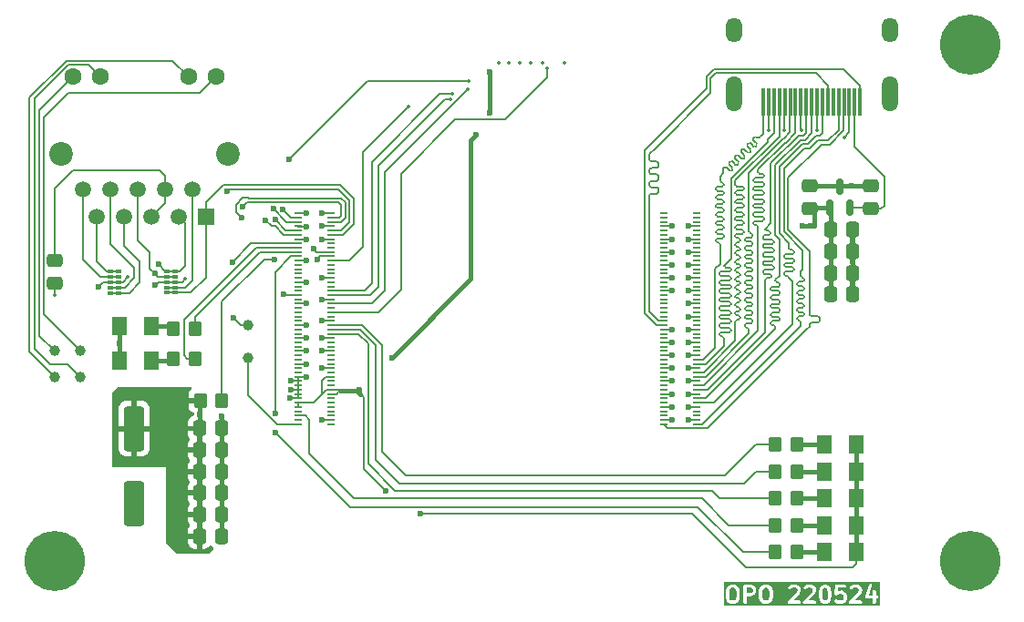
<source format=gbr>
%TF.GenerationSoftware,KiCad,Pcbnew,8.0.1*%
%TF.CreationDate,2024-06-09T20:13:55+02:00*%
%TF.ProjectId,daqIONA_CTRL,64617149-4f4e-4415-9f43-54524c2e6b69,rev?*%
%TF.SameCoordinates,Original*%
%TF.FileFunction,Copper,L1,Top*%
%TF.FilePolarity,Positive*%
%FSLAX46Y46*%
G04 Gerber Fmt 4.6, Leading zero omitted, Abs format (unit mm)*
G04 Created by KiCad (PCBNEW 8.0.1) date 2024-06-09 20:13:55*
%MOMM*%
%LPD*%
G01*
G04 APERTURE LIST*
G04 Aperture macros list*
%AMRoundRect*
0 Rectangle with rounded corners*
0 $1 Rounding radius*
0 $2 $3 $4 $5 $6 $7 $8 $9 X,Y pos of 4 corners*
0 Add a 4 corners polygon primitive as box body*
4,1,4,$2,$3,$4,$5,$6,$7,$8,$9,$2,$3,0*
0 Add four circle primitives for the rounded corners*
1,1,$1+$1,$2,$3*
1,1,$1+$1,$4,$5*
1,1,$1+$1,$6,$7*
1,1,$1+$1,$8,$9*
0 Add four rect primitives between the rounded corners*
20,1,$1+$1,$2,$3,$4,$5,0*
20,1,$1+$1,$4,$5,$6,$7,0*
20,1,$1+$1,$6,$7,$8,$9,0*
20,1,$1+$1,$8,$9,$2,$3,0*%
G04 Aperture macros list end*
%ADD10C,0.300000*%
%TA.AperFunction,SMDPad,CuDef*%
%ADD11RoundRect,0.250000X0.350000X0.450000X-0.350000X0.450000X-0.350000X-0.450000X0.350000X-0.450000X0*%
%TD*%
%TA.AperFunction,SMDPad,CuDef*%
%ADD12RoundRect,0.250000X-0.475000X0.337500X-0.475000X-0.337500X0.475000X-0.337500X0.475000X0.337500X0*%
%TD*%
%TA.AperFunction,SMDPad,CuDef*%
%ADD13RoundRect,0.250000X0.337500X0.475000X-0.337500X0.475000X-0.337500X-0.475000X0.337500X-0.475000X0*%
%TD*%
%TA.AperFunction,SMDPad,CuDef*%
%ADD14RoundRect,0.075000X-0.200000X0.075000X-0.200000X-0.075000X0.200000X-0.075000X0.200000X0.075000X0*%
%TD*%
%TA.AperFunction,SMDPad,CuDef*%
%ADD15RoundRect,0.250001X-0.462499X-0.624999X0.462499X-0.624999X0.462499X0.624999X-0.462499X0.624999X0*%
%TD*%
%TA.AperFunction,ComponentPad*%
%ADD16C,5.600000*%
%TD*%
%TA.AperFunction,SMDPad,CuDef*%
%ADD17R,0.700000X0.200000*%
%TD*%
%TA.AperFunction,SMDPad,CuDef*%
%ADD18RoundRect,0.250000X0.475000X-0.337500X0.475000X0.337500X-0.475000X0.337500X-0.475000X-0.337500X0*%
%TD*%
%TA.AperFunction,SMDPad,CuDef*%
%ADD19C,1.000000*%
%TD*%
%TA.AperFunction,ComponentPad*%
%ADD20C,1.000000*%
%TD*%
%TA.AperFunction,SMDPad,CuDef*%
%ADD21RoundRect,0.250000X0.700000X-1.825000X0.700000X1.825000X-0.700000X1.825000X-0.700000X-1.825000X0*%
%TD*%
%TA.AperFunction,SMDPad,CuDef*%
%ADD22RoundRect,0.250000X-0.337500X-0.475000X0.337500X-0.475000X0.337500X0.475000X-0.337500X0.475000X0*%
%TD*%
%TA.AperFunction,ComponentPad*%
%ADD23R,1.500000X1.500000*%
%TD*%
%TA.AperFunction,ComponentPad*%
%ADD24C,1.500000*%
%TD*%
%TA.AperFunction,ComponentPad*%
%ADD25C,1.600000*%
%TD*%
%TA.AperFunction,ComponentPad*%
%ADD26C,2.200000*%
%TD*%
%TA.AperFunction,SMDPad,CuDef*%
%ADD27RoundRect,0.150000X0.150000X-0.587500X0.150000X0.587500X-0.150000X0.587500X-0.150000X-0.587500X0*%
%TD*%
%TA.AperFunction,SMDPad,CuDef*%
%ADD28R,0.300000X2.600000*%
%TD*%
%TA.AperFunction,ComponentPad*%
%ADD29O,1.500000X3.300000*%
%TD*%
%TA.AperFunction,ComponentPad*%
%ADD30O,1.500000X2.300000*%
%TD*%
%TA.AperFunction,ViaPad*%
%ADD31C,0.600000*%
%TD*%
%TA.AperFunction,ViaPad*%
%ADD32C,0.350000*%
%TD*%
%TA.AperFunction,Conductor*%
%ADD33C,0.400000*%
%TD*%
%TA.AperFunction,Conductor*%
%ADD34C,0.200000*%
%TD*%
G04 APERTURE END LIST*
D10*
G36*
X164416163Y-137401426D02*
G01*
X164515750Y-137498561D01*
X164573130Y-137719697D01*
X164575649Y-138182392D01*
X164519045Y-138417687D01*
X164425380Y-138513717D01*
X164334082Y-138561119D01*
X164119084Y-138563086D01*
X164029998Y-138520229D01*
X163930413Y-138423095D01*
X163873033Y-138201959D01*
X163870514Y-137739263D01*
X163927117Y-137503969D01*
X164020783Y-137407940D01*
X164112083Y-137360536D01*
X164327079Y-137358569D01*
X164416163Y-137401426D01*
G37*
G36*
X167487592Y-137401426D02*
G01*
X167587179Y-137498561D01*
X167644559Y-137719697D01*
X167647078Y-138182392D01*
X167590474Y-138417687D01*
X167496809Y-138513717D01*
X167405511Y-138561119D01*
X167190513Y-138563086D01*
X167101427Y-138520229D01*
X167001842Y-138423095D01*
X166944462Y-138201959D01*
X166941943Y-137739263D01*
X166998546Y-137503969D01*
X167092212Y-137407940D01*
X167183512Y-137360536D01*
X167398508Y-137358569D01*
X167487592Y-137401426D01*
G37*
G36*
X172916691Y-137401680D02*
G01*
X172955357Y-137438671D01*
X173007969Y-137540004D01*
X173073148Y-137791196D01*
X173075537Y-138111432D01*
X173014938Y-138363334D01*
X172960800Y-138475867D01*
X172923809Y-138514532D01*
X172833600Y-138561369D01*
X172760902Y-138562586D01*
X172672328Y-138519975D01*
X172633665Y-138482986D01*
X172581049Y-138381649D01*
X172515872Y-138130460D01*
X172513483Y-137810223D01*
X172574082Y-137558320D01*
X172628219Y-137445789D01*
X172665209Y-137407125D01*
X172755422Y-137360286D01*
X172828118Y-137359069D01*
X172916691Y-137401680D01*
G37*
G36*
X165988120Y-137401680D02*
G01*
X166026786Y-137438671D01*
X166073460Y-137528568D01*
X166075162Y-137672339D01*
X166032229Y-137761581D01*
X165995238Y-137800246D01*
X165905780Y-137846693D01*
X165514314Y-137848571D01*
X165513393Y-137360120D01*
X165897898Y-137358275D01*
X165988120Y-137401680D01*
G37*
G36*
X177894008Y-139027495D02*
G01*
X163406415Y-139027495D01*
X163406415Y-137710828D01*
X163573082Y-137710828D01*
X163575753Y-138201359D01*
X163573259Y-138218119D01*
X163575943Y-138236268D01*
X163575964Y-138240092D01*
X163576811Y-138242136D01*
X163577561Y-138247208D01*
X163647392Y-138516331D01*
X163647392Y-138525805D01*
X163653972Y-138541691D01*
X163658882Y-138560613D01*
X163665521Y-138569573D01*
X163669789Y-138579877D01*
X163688444Y-138602608D01*
X163833030Y-138743635D01*
X163845401Y-138757899D01*
X163851754Y-138761898D01*
X163854033Y-138764121D01*
X163857694Y-138765637D01*
X163870286Y-138773564D01*
X163994811Y-138833470D01*
X163996889Y-138835548D01*
X164013011Y-138842226D01*
X164040607Y-138855502D01*
X164045982Y-138855883D01*
X164050961Y-138857946D01*
X164080225Y-138860828D01*
X164343484Y-138858419D01*
X164347177Y-138859650D01*
X164367605Y-138858198D01*
X164395203Y-138857946D01*
X164400181Y-138855883D01*
X164405557Y-138855502D01*
X164433021Y-138844992D01*
X164575559Y-138770985D01*
X164592132Y-138764121D01*
X164597903Y-138759384D01*
X164600764Y-138757899D01*
X164603359Y-138754906D01*
X164614862Y-138745466D01*
X164744863Y-138612183D01*
X164752437Y-138607639D01*
X164762367Y-138594237D01*
X164776374Y-138579877D01*
X164780640Y-138569575D01*
X164787281Y-138560614D01*
X164797174Y-138532923D01*
X164864044Y-138254952D01*
X164870200Y-138240092D01*
X164871988Y-138221928D01*
X164872905Y-138218120D01*
X164872579Y-138215931D01*
X164873082Y-138210828D01*
X164870410Y-137720295D01*
X164872905Y-137703536D01*
X164870220Y-137685386D01*
X164870200Y-137681564D01*
X164869353Y-137679519D01*
X164868603Y-137674447D01*
X164798771Y-137405323D01*
X164798771Y-137395851D01*
X164792191Y-137379965D01*
X164787281Y-137361042D01*
X164780641Y-137352081D01*
X164776374Y-137341778D01*
X164757719Y-137319048D01*
X164646768Y-137210828D01*
X165215939Y-137210828D01*
X165218821Y-138740092D01*
X165241219Y-138794164D01*
X165282603Y-138835548D01*
X165336675Y-138857946D01*
X165395203Y-138857946D01*
X165449275Y-138835548D01*
X165490659Y-138794164D01*
X165513057Y-138740092D01*
X165515939Y-138710828D01*
X165514874Y-138145827D01*
X165914248Y-138143911D01*
X165918606Y-138145364D01*
X165940847Y-138143783D01*
X165966632Y-138143660D01*
X165971610Y-138141597D01*
X165976986Y-138141216D01*
X166004450Y-138130706D01*
X166146991Y-138056697D01*
X166163560Y-138049835D01*
X166169330Y-138045099D01*
X166172193Y-138043613D01*
X166174789Y-138040619D01*
X166186291Y-138031180D01*
X166258192Y-137956024D01*
X166270153Y-137945652D01*
X166274070Y-137939428D01*
X166276375Y-137937020D01*
X166277891Y-137933358D01*
X166285818Y-137920767D01*
X166345724Y-137796241D01*
X166347802Y-137794164D01*
X166354480Y-137778041D01*
X166367756Y-137750446D01*
X166368137Y-137745070D01*
X166370200Y-137740092D01*
X166373082Y-137710828D01*
X166644511Y-137710828D01*
X166647182Y-138201359D01*
X166644688Y-138218119D01*
X166647372Y-138236268D01*
X166647393Y-138240092D01*
X166648240Y-138242136D01*
X166648990Y-138247208D01*
X166718821Y-138516331D01*
X166718821Y-138525805D01*
X166725401Y-138541691D01*
X166730311Y-138560613D01*
X166736950Y-138569573D01*
X166741218Y-138579877D01*
X166759873Y-138602608D01*
X166904459Y-138743635D01*
X166916830Y-138757899D01*
X166923183Y-138761898D01*
X166925462Y-138764121D01*
X166929123Y-138765637D01*
X166941715Y-138773564D01*
X167066240Y-138833470D01*
X167068318Y-138835548D01*
X167084440Y-138842226D01*
X167112036Y-138855502D01*
X167117411Y-138855883D01*
X167122390Y-138857946D01*
X167151654Y-138860828D01*
X167414913Y-138858419D01*
X167418606Y-138859650D01*
X167439034Y-138858198D01*
X167466632Y-138857946D01*
X167471610Y-138855883D01*
X167476986Y-138855502D01*
X167504450Y-138844992D01*
X167646988Y-138770985D01*
X167663561Y-138764121D01*
X167669332Y-138759384D01*
X167672193Y-138757899D01*
X167674788Y-138754906D01*
X167686291Y-138745466D01*
X167691534Y-138740091D01*
X169290250Y-138740091D01*
X169312647Y-138794163D01*
X169354033Y-138835549D01*
X169376831Y-138844992D01*
X169408104Y-138857946D01*
X169437368Y-138860828D01*
X170395204Y-138857946D01*
X170449276Y-138835548D01*
X170490660Y-138794164D01*
X170513058Y-138740092D01*
X170513058Y-138740091D01*
X170718821Y-138740091D01*
X170741218Y-138794163D01*
X170782604Y-138835549D01*
X170805402Y-138844992D01*
X170836675Y-138857946D01*
X170865939Y-138860828D01*
X171823775Y-138857946D01*
X171877847Y-138835548D01*
X171919231Y-138794164D01*
X171941629Y-138740092D01*
X171941629Y-138681564D01*
X171919231Y-138627492D01*
X171877847Y-138586108D01*
X171823775Y-138563710D01*
X171794511Y-138560828D01*
X171225179Y-138562541D01*
X171810576Y-137974420D01*
X171815048Y-137972185D01*
X171830260Y-137954645D01*
X171847803Y-137937021D01*
X171849866Y-137932039D01*
X171853396Y-137927970D01*
X171865384Y-137901120D01*
X171903519Y-137782257D01*
X172215939Y-137782257D01*
X172218535Y-138130430D01*
X172216116Y-138146691D01*
X172218792Y-138164785D01*
X172218821Y-138168664D01*
X172219668Y-138170708D01*
X172220418Y-138175780D01*
X172291675Y-138450400D01*
X172292694Y-138464733D01*
X172301082Y-138486653D01*
X172301739Y-138489185D01*
X172302383Y-138490055D01*
X172303203Y-138492196D01*
X172377212Y-138634738D01*
X172384075Y-138651306D01*
X172388810Y-138657076D01*
X172390297Y-138659939D01*
X172393290Y-138662535D01*
X172402730Y-138674037D01*
X172477885Y-138745938D01*
X172488258Y-138757899D01*
X172494481Y-138761816D01*
X172496890Y-138764121D01*
X172500551Y-138765637D01*
X172513143Y-138773564D01*
X172637668Y-138833470D01*
X172639746Y-138835548D01*
X172655868Y-138842226D01*
X172683464Y-138855502D01*
X172688839Y-138855883D01*
X172693818Y-138857946D01*
X172723082Y-138860828D01*
X172844606Y-138858793D01*
X172847177Y-138859650D01*
X172863746Y-138858472D01*
X172895203Y-138857946D01*
X172900181Y-138855883D01*
X172905557Y-138855502D01*
X172933021Y-138844992D01*
X173075562Y-138770983D01*
X173092131Y-138764121D01*
X173097901Y-138759385D01*
X173100764Y-138757899D01*
X173103360Y-138754905D01*
X173114862Y-138745466D01*
X173186763Y-138670310D01*
X173198724Y-138659938D01*
X173202641Y-138653714D01*
X173204946Y-138651306D01*
X173206462Y-138647644D01*
X173214389Y-138635053D01*
X173279530Y-138499645D01*
X173287281Y-138489186D01*
X173295124Y-138467231D01*
X173296327Y-138464732D01*
X173296403Y-138463650D01*
X173297174Y-138461495D01*
X173364044Y-138183524D01*
X173370200Y-138168664D01*
X173371988Y-138150500D01*
X173372905Y-138146692D01*
X173372579Y-138144503D01*
X173373082Y-138139400D01*
X173371592Y-137939594D01*
X173645210Y-137939594D01*
X173647392Y-137946825D01*
X173647392Y-137954378D01*
X173655783Y-137974637D01*
X173662117Y-137995626D01*
X173666898Y-138001470D01*
X173669790Y-138008450D01*
X173685294Y-138023953D01*
X173699178Y-138040923D01*
X173705834Y-138044494D01*
X173711176Y-138049835D01*
X173731430Y-138058224D01*
X173750753Y-138068590D01*
X173758270Y-138069341D01*
X173765248Y-138072232D01*
X173787171Y-138072232D01*
X173808990Y-138074414D01*
X173816221Y-138072232D01*
X173823774Y-138072232D01*
X173844033Y-138063840D01*
X173865022Y-138057507D01*
X173870866Y-138052725D01*
X173877846Y-138049834D01*
X173900577Y-138031179D01*
X173950925Y-137978552D01*
X174040547Y-137932020D01*
X174326843Y-137929884D01*
X174416692Y-137973109D01*
X174455355Y-138010098D01*
X174501889Y-138099724D01*
X174504025Y-138386018D01*
X174460800Y-138475867D01*
X174423811Y-138514530D01*
X174334184Y-138561064D01*
X174047891Y-138563200D01*
X173958040Y-138519975D01*
X173877846Y-138443251D01*
X173823774Y-138420853D01*
X173765248Y-138420853D01*
X173711176Y-138443250D01*
X173669790Y-138484635D01*
X173647392Y-138538707D01*
X173647392Y-138597233D01*
X173669789Y-138651305D01*
X173688443Y-138674036D01*
X173763591Y-138745932D01*
X173773971Y-138757900D01*
X173780196Y-138761818D01*
X173782602Y-138764120D01*
X173786260Y-138765635D01*
X173798857Y-138773564D01*
X173923382Y-138833470D01*
X173925460Y-138835548D01*
X173941582Y-138842226D01*
X173969178Y-138855502D01*
X173974553Y-138855883D01*
X173979532Y-138857946D01*
X174008796Y-138860828D01*
X174343227Y-138858333D01*
X174347176Y-138859650D01*
X174368338Y-138858146D01*
X174395202Y-138857946D01*
X174400180Y-138855883D01*
X174405556Y-138855502D01*
X174433019Y-138844992D01*
X174575559Y-138770984D01*
X174592132Y-138764120D01*
X174597902Y-138759384D01*
X174600763Y-138757899D01*
X174603357Y-138754907D01*
X174614863Y-138745465D01*
X174620004Y-138740091D01*
X175004534Y-138740091D01*
X175026931Y-138794163D01*
X175068317Y-138835549D01*
X175091115Y-138844992D01*
X175122388Y-138857946D01*
X175151652Y-138860828D01*
X176109488Y-138857946D01*
X176163560Y-138835548D01*
X176204944Y-138794164D01*
X176227342Y-138740092D01*
X176227342Y-138681564D01*
X176204944Y-138627492D01*
X176163560Y-138586108D01*
X176109488Y-138563710D01*
X176080224Y-138560828D01*
X175510892Y-138562541D01*
X175879650Y-138192067D01*
X176502830Y-138192067D01*
X176504534Y-138216044D01*
X176504534Y-138240092D01*
X176506596Y-138245072D01*
X176506979Y-138250448D01*
X176517731Y-138271952D01*
X176526932Y-138294164D01*
X176530742Y-138297974D01*
X176533153Y-138302795D01*
X176551314Y-138318546D01*
X176568316Y-138335548D01*
X176573295Y-138337610D01*
X176577367Y-138341142D01*
X176600173Y-138348744D01*
X176622388Y-138357946D01*
X176630039Y-138358699D01*
X176632891Y-138359650D01*
X176636840Y-138359369D01*
X176651652Y-138360828D01*
X177217753Y-138359124D01*
X177218820Y-138740092D01*
X177241218Y-138794164D01*
X177282602Y-138835548D01*
X177336674Y-138857946D01*
X177395202Y-138857946D01*
X177449274Y-138835548D01*
X177490658Y-138794164D01*
X177513056Y-138740092D01*
X177515938Y-138710828D01*
X177514950Y-138358230D01*
X177609487Y-138357946D01*
X177663559Y-138335548D01*
X177704943Y-138294164D01*
X177727341Y-138240092D01*
X177727341Y-138181564D01*
X177704943Y-138127492D01*
X177663559Y-138086108D01*
X177609487Y-138063710D01*
X177580223Y-138060828D01*
X177514118Y-138061026D01*
X177513056Y-137681564D01*
X177490658Y-137627492D01*
X177449274Y-137586108D01*
X177395202Y-137563710D01*
X177336674Y-137563710D01*
X177282602Y-137586108D01*
X177241218Y-137627492D01*
X177218820Y-137681564D01*
X177215938Y-137710828D01*
X177216921Y-138061921D01*
X176858502Y-138062999D01*
X177157617Y-137158161D01*
X177153468Y-137099781D01*
X177127294Y-137047434D01*
X177083080Y-137009086D01*
X177027555Y-136990578D01*
X176969175Y-136994727D01*
X176916828Y-137020901D01*
X176878481Y-137065115D01*
X176866492Y-137091966D01*
X176513288Y-138160429D01*
X176504534Y-138181564D01*
X176504534Y-138186912D01*
X176502830Y-138192067D01*
X175879650Y-138192067D01*
X176096289Y-137974420D01*
X176100761Y-137972185D01*
X176115973Y-137954645D01*
X176133516Y-137937021D01*
X176135579Y-137932039D01*
X176139109Y-137927970D01*
X176151097Y-137901120D01*
X176219954Y-137686499D01*
X176227342Y-137668664D01*
X176228079Y-137661172D01*
X176229046Y-137658161D01*
X176228765Y-137654211D01*
X176230224Y-137639400D01*
X176228189Y-137517873D01*
X176229046Y-137515303D01*
X176227868Y-137498738D01*
X176227342Y-137467278D01*
X176225278Y-137462297D01*
X176224897Y-137456923D01*
X176214388Y-137429459D01*
X176140377Y-137286916D01*
X176133516Y-137270349D01*
X176128779Y-137264577D01*
X176127294Y-137261717D01*
X176124301Y-137259121D01*
X176114861Y-137247619D01*
X176039711Y-137175722D01*
X176029335Y-137163758D01*
X176023109Y-137159839D01*
X176020702Y-137157536D01*
X176017042Y-137156020D01*
X176004449Y-137148093D01*
X175879921Y-137088184D01*
X175877845Y-137086108D01*
X175861727Y-137079431D01*
X175834128Y-137066154D01*
X175828750Y-137065771D01*
X175823773Y-137063710D01*
X175794509Y-137060828D01*
X175460076Y-137063322D01*
X175456128Y-137062006D01*
X175434965Y-137063509D01*
X175408103Y-137063710D01*
X175403125Y-137065771D01*
X175397748Y-137066154D01*
X175370285Y-137076664D01*
X175227742Y-137150673D01*
X175211173Y-137157536D01*
X175205401Y-137162272D01*
X175202541Y-137163758D01*
X175199945Y-137166750D01*
X175188443Y-137176191D01*
X175098360Y-137270350D01*
X175075963Y-137324422D01*
X175075963Y-137382948D01*
X175098360Y-137437020D01*
X175139746Y-137478406D01*
X175193818Y-137500803D01*
X175252344Y-137500803D01*
X175306416Y-137478406D01*
X175329147Y-137459751D01*
X175379495Y-137407124D01*
X175469119Y-137360591D01*
X175755413Y-137358455D01*
X175845263Y-137401681D01*
X175883927Y-137438671D01*
X175930765Y-137528882D01*
X175932124Y-137610036D01*
X175880969Y-137769479D01*
X175026931Y-138627493D01*
X175014228Y-138658162D01*
X175007653Y-138674036D01*
X175004534Y-138681565D01*
X175004534Y-138740091D01*
X174620004Y-138740091D01*
X174686758Y-138670315D01*
X174698723Y-138659939D01*
X174702641Y-138653713D01*
X174704945Y-138651306D01*
X174706460Y-138647646D01*
X174714388Y-138635053D01*
X174774294Y-138510528D01*
X174776373Y-138508450D01*
X174783054Y-138492318D01*
X174796326Y-138464733D01*
X174796707Y-138459358D01*
X174798771Y-138454378D01*
X174801653Y-138425114D01*
X174799158Y-138090681D01*
X174800475Y-138086732D01*
X174798971Y-138065574D01*
X174798771Y-138038707D01*
X174796707Y-138033726D01*
X174796326Y-138028352D01*
X174785817Y-138000888D01*
X174711806Y-137858344D01*
X174704945Y-137841779D01*
X174700209Y-137836008D01*
X174698723Y-137833146D01*
X174695729Y-137830549D01*
X174686291Y-137819049D01*
X174611138Y-137747149D01*
X174600763Y-137735186D01*
X174594539Y-137731268D01*
X174592132Y-137728965D01*
X174588472Y-137727449D01*
X174575878Y-137719521D01*
X174451350Y-137659613D01*
X174449274Y-137657537D01*
X174433152Y-137650859D01*
X174405556Y-137637583D01*
X174400180Y-137637201D01*
X174395202Y-137635139D01*
X174365938Y-137632257D01*
X174031507Y-137634751D01*
X174027559Y-137633435D01*
X174006396Y-137634938D01*
X173979532Y-137635139D01*
X173974553Y-137637201D01*
X173972858Y-137637321D01*
X173999480Y-137360310D01*
X174609488Y-137357946D01*
X174663560Y-137335548D01*
X174704944Y-137294164D01*
X174727342Y-137240092D01*
X174727342Y-137181564D01*
X174704944Y-137127492D01*
X174663560Y-137086108D01*
X174609488Y-137063710D01*
X174580224Y-137060828D01*
X173871904Y-137063573D01*
X173851458Y-137061529D01*
X173844327Y-137063680D01*
X173836674Y-137063710D01*
X173816411Y-137072103D01*
X173795426Y-137078435D01*
X173789581Y-137083216D01*
X173782602Y-137086108D01*
X173767096Y-137101613D01*
X173750129Y-137115496D01*
X173746558Y-137122151D01*
X173741218Y-137127492D01*
X173732826Y-137147749D01*
X173722462Y-137167071D01*
X173720247Y-137178118D01*
X173718820Y-137181564D01*
X173718820Y-137185238D01*
X173716682Y-137195903D01*
X173650024Y-137889496D01*
X173647392Y-137895852D01*
X173647392Y-137916889D01*
X173645210Y-137939594D01*
X173371592Y-137939594D01*
X173370485Y-137791225D01*
X173372905Y-137774965D01*
X173370228Y-137756870D01*
X173370200Y-137752993D01*
X173369353Y-137750948D01*
X173368603Y-137745876D01*
X173297345Y-137471257D01*
X173296327Y-137456924D01*
X173287939Y-137435005D01*
X173287281Y-137432470D01*
X173286634Y-137431597D01*
X173285817Y-137429461D01*
X173211808Y-137286918D01*
X173204945Y-137270349D01*
X173200209Y-137264578D01*
X173198724Y-137261718D01*
X173195732Y-137259123D01*
X173186290Y-137247618D01*
X173111143Y-137175725D01*
X173100764Y-137163758D01*
X173094535Y-137159837D01*
X173092130Y-137157536D01*
X173088473Y-137156021D01*
X173075878Y-137148093D01*
X172951353Y-137088186D01*
X172949275Y-137086108D01*
X172933143Y-137079426D01*
X172905558Y-137066155D01*
X172900183Y-137065773D01*
X172895203Y-137063710D01*
X172865939Y-137060828D01*
X172744413Y-137062862D01*
X172741843Y-137062006D01*
X172725278Y-137063183D01*
X172693818Y-137063710D01*
X172688837Y-137065773D01*
X172683463Y-137066155D01*
X172655999Y-137076664D01*
X172513455Y-137150674D01*
X172496890Y-137157536D01*
X172491119Y-137162271D01*
X172488257Y-137163758D01*
X172485660Y-137166751D01*
X172474160Y-137176190D01*
X172402262Y-137251339D01*
X172390297Y-137261717D01*
X172386378Y-137267942D01*
X172384076Y-137270349D01*
X172382560Y-137274007D01*
X172374632Y-137286603D01*
X172309490Y-137422010D01*
X172301739Y-137432471D01*
X172293895Y-137454425D01*
X172292694Y-137456923D01*
X172292617Y-137458003D01*
X172291846Y-137460162D01*
X172224976Y-137738131D01*
X172218821Y-137752993D01*
X172217032Y-137771158D01*
X172216116Y-137774966D01*
X172216441Y-137777153D01*
X172215939Y-137782257D01*
X171903519Y-137782257D01*
X171934241Y-137686499D01*
X171941629Y-137668664D01*
X171942366Y-137661172D01*
X171943333Y-137658161D01*
X171943052Y-137654211D01*
X171944511Y-137639400D01*
X171942476Y-137517873D01*
X171943333Y-137515303D01*
X171942155Y-137498738D01*
X171941629Y-137467278D01*
X171939565Y-137462297D01*
X171939184Y-137456923D01*
X171928675Y-137429459D01*
X171854664Y-137286916D01*
X171847803Y-137270349D01*
X171843066Y-137264577D01*
X171841581Y-137261717D01*
X171838588Y-137259121D01*
X171829148Y-137247619D01*
X171753998Y-137175722D01*
X171743622Y-137163758D01*
X171737396Y-137159839D01*
X171734989Y-137157536D01*
X171731329Y-137156020D01*
X171718736Y-137148093D01*
X171594208Y-137088184D01*
X171592132Y-137086108D01*
X171576014Y-137079431D01*
X171548415Y-137066154D01*
X171543037Y-137065771D01*
X171538060Y-137063710D01*
X171508796Y-137060828D01*
X171174363Y-137063322D01*
X171170415Y-137062006D01*
X171149252Y-137063509D01*
X171122390Y-137063710D01*
X171117412Y-137065771D01*
X171112035Y-137066154D01*
X171084572Y-137076664D01*
X170942029Y-137150673D01*
X170925460Y-137157536D01*
X170919688Y-137162272D01*
X170916828Y-137163758D01*
X170914232Y-137166750D01*
X170902730Y-137176191D01*
X170812647Y-137270350D01*
X170790250Y-137324422D01*
X170790250Y-137382948D01*
X170812647Y-137437020D01*
X170854033Y-137478406D01*
X170908105Y-137500803D01*
X170966631Y-137500803D01*
X171020703Y-137478406D01*
X171043434Y-137459751D01*
X171093782Y-137407124D01*
X171183406Y-137360591D01*
X171469700Y-137358455D01*
X171559550Y-137401681D01*
X171598214Y-137438671D01*
X171645052Y-137528882D01*
X171646411Y-137610036D01*
X171595256Y-137769479D01*
X170741218Y-138627493D01*
X170728515Y-138658162D01*
X170721940Y-138674036D01*
X170718821Y-138681565D01*
X170718821Y-138740091D01*
X170513058Y-138740091D01*
X170513058Y-138681564D01*
X170490660Y-138627492D01*
X170449276Y-138586108D01*
X170395204Y-138563710D01*
X170365940Y-138560828D01*
X169796608Y-138562541D01*
X170382005Y-137974420D01*
X170386477Y-137972185D01*
X170401689Y-137954645D01*
X170419232Y-137937021D01*
X170421295Y-137932039D01*
X170424825Y-137927970D01*
X170436813Y-137901120D01*
X170505670Y-137686499D01*
X170513058Y-137668664D01*
X170513795Y-137661172D01*
X170514762Y-137658161D01*
X170514481Y-137654211D01*
X170515940Y-137639400D01*
X170513905Y-137517873D01*
X170514762Y-137515303D01*
X170513584Y-137498738D01*
X170513058Y-137467278D01*
X170510994Y-137462297D01*
X170510613Y-137456923D01*
X170500104Y-137429459D01*
X170426093Y-137286916D01*
X170419232Y-137270349D01*
X170414495Y-137264577D01*
X170413010Y-137261717D01*
X170410017Y-137259121D01*
X170400577Y-137247619D01*
X170325427Y-137175722D01*
X170315051Y-137163758D01*
X170308825Y-137159839D01*
X170306418Y-137157536D01*
X170302758Y-137156020D01*
X170290165Y-137148093D01*
X170165637Y-137088184D01*
X170163561Y-137086108D01*
X170147443Y-137079431D01*
X170119844Y-137066154D01*
X170114466Y-137065771D01*
X170109489Y-137063710D01*
X170080225Y-137060828D01*
X169745792Y-137063322D01*
X169741844Y-137062006D01*
X169720681Y-137063509D01*
X169693819Y-137063710D01*
X169688841Y-137065771D01*
X169683464Y-137066154D01*
X169656001Y-137076664D01*
X169513458Y-137150673D01*
X169496889Y-137157536D01*
X169491117Y-137162272D01*
X169488257Y-137163758D01*
X169485661Y-137166750D01*
X169474159Y-137176191D01*
X169384076Y-137270350D01*
X169361679Y-137324422D01*
X169361679Y-137382948D01*
X169384076Y-137437020D01*
X169425462Y-137478406D01*
X169479534Y-137500803D01*
X169538060Y-137500803D01*
X169592132Y-137478406D01*
X169614863Y-137459751D01*
X169665211Y-137407124D01*
X169754835Y-137360591D01*
X170041129Y-137358455D01*
X170130979Y-137401681D01*
X170169643Y-137438671D01*
X170216481Y-137528882D01*
X170217840Y-137610036D01*
X170166685Y-137769479D01*
X169312647Y-138627493D01*
X169299944Y-138658162D01*
X169293369Y-138674036D01*
X169290250Y-138681565D01*
X169290250Y-138740091D01*
X167691534Y-138740091D01*
X167816292Y-138612183D01*
X167823866Y-138607639D01*
X167833796Y-138594237D01*
X167847803Y-138579877D01*
X167852069Y-138569575D01*
X167858710Y-138560614D01*
X167868603Y-138532923D01*
X167935473Y-138254952D01*
X167941629Y-138240092D01*
X167943417Y-138221928D01*
X167944334Y-138218120D01*
X167944008Y-138215931D01*
X167944511Y-138210828D01*
X167941839Y-137720295D01*
X167944334Y-137703536D01*
X167941649Y-137685386D01*
X167941629Y-137681564D01*
X167940782Y-137679519D01*
X167940032Y-137674447D01*
X167870200Y-137405323D01*
X167870200Y-137395851D01*
X167863620Y-137379965D01*
X167858710Y-137361042D01*
X167852070Y-137352081D01*
X167847803Y-137341778D01*
X167829148Y-137319048D01*
X167684567Y-137178026D01*
X167672193Y-137163758D01*
X167665837Y-137159757D01*
X167663560Y-137157536D01*
X167659900Y-137156020D01*
X167647307Y-137148093D01*
X167522782Y-137088186D01*
X167520704Y-137086108D01*
X167504572Y-137079426D01*
X167476987Y-137066155D01*
X167471612Y-137065773D01*
X167466632Y-137063710D01*
X167437368Y-137060828D01*
X167174107Y-137063236D01*
X167170415Y-137062006D01*
X167149991Y-137063457D01*
X167122390Y-137063710D01*
X167117409Y-137065773D01*
X167112035Y-137066155D01*
X167084571Y-137076664D01*
X166942027Y-137150674D01*
X166925462Y-137157536D01*
X166919691Y-137162271D01*
X166916829Y-137163758D01*
X166914232Y-137166752D01*
X166902731Y-137176191D01*
X166772727Y-137309473D01*
X166765155Y-137314017D01*
X166755228Y-137327414D01*
X166741218Y-137341778D01*
X166736949Y-137352083D01*
X166730311Y-137361043D01*
X166720418Y-137388734D01*
X166653549Y-137666702D01*
X166647393Y-137681564D01*
X166645604Y-137699729D01*
X166644688Y-137703537D01*
X166645013Y-137705724D01*
X166644511Y-137710828D01*
X166373082Y-137710828D01*
X166370807Y-137518594D01*
X166371904Y-137515304D01*
X166370541Y-137496125D01*
X166370200Y-137467278D01*
X166368137Y-137462299D01*
X166367756Y-137456924D01*
X166357246Y-137429461D01*
X166283237Y-137286918D01*
X166276374Y-137270349D01*
X166271638Y-137264578D01*
X166270153Y-137261718D01*
X166267161Y-137259123D01*
X166257719Y-137247618D01*
X166182572Y-137175725D01*
X166172193Y-137163758D01*
X166165964Y-137159837D01*
X166163559Y-137157536D01*
X166159902Y-137156021D01*
X166147307Y-137148093D01*
X166022782Y-137088186D01*
X166020704Y-137086108D01*
X166004572Y-137079426D01*
X165976987Y-137066155D01*
X165971612Y-137065773D01*
X165966632Y-137063710D01*
X165937368Y-137060828D01*
X165336675Y-137063710D01*
X165282603Y-137086108D01*
X165241219Y-137127492D01*
X165218821Y-137181564D01*
X165215939Y-137210828D01*
X164646768Y-137210828D01*
X164613138Y-137178026D01*
X164600764Y-137163758D01*
X164594408Y-137159757D01*
X164592131Y-137157536D01*
X164588471Y-137156020D01*
X164575878Y-137148093D01*
X164451353Y-137088186D01*
X164449275Y-137086108D01*
X164433143Y-137079426D01*
X164405558Y-137066155D01*
X164400183Y-137065773D01*
X164395203Y-137063710D01*
X164365939Y-137060828D01*
X164102678Y-137063236D01*
X164098986Y-137062006D01*
X164078562Y-137063457D01*
X164050961Y-137063710D01*
X164045980Y-137065773D01*
X164040606Y-137066155D01*
X164013142Y-137076664D01*
X163870598Y-137150674D01*
X163854033Y-137157536D01*
X163848262Y-137162271D01*
X163845400Y-137163758D01*
X163842803Y-137166752D01*
X163831302Y-137176191D01*
X163701298Y-137309473D01*
X163693726Y-137314017D01*
X163683799Y-137327414D01*
X163669789Y-137341778D01*
X163665520Y-137352083D01*
X163658882Y-137361043D01*
X163648989Y-137388734D01*
X163582120Y-137666702D01*
X163575964Y-137681564D01*
X163574175Y-137699729D01*
X163573259Y-137703537D01*
X163573584Y-137705724D01*
X163573082Y-137710828D01*
X163406415Y-137710828D01*
X163406415Y-136823911D01*
X177894008Y-136823911D01*
X177894008Y-139027495D01*
G37*
D11*
%TO.P,R83,1*%
%TO.N,/(5) RPI SbC/ETH_LEDG*%
X114260000Y-113250000D03*
%TO.P,R83,2*%
%TO.N,Net-(D18-A)*%
X112260000Y-113250000D03*
%TD*%
D12*
%TO.P,C78,1*%
%TO.N,Net-(C78-Pad1)*%
X101260000Y-106960000D03*
%TO.P,C78,2*%
%TO.N,GND*%
X101260000Y-109035000D03*
%TD*%
D13*
%TO.P,C77,1*%
%TO.N,+5V*%
X116760000Y-122560000D03*
%TO.P,C77,2*%
%TO.N,GND*%
X114685000Y-122560000D03*
%TD*%
D14*
%TO.P,U15,1,D1+*%
%TO.N,/(5) RPI SbC/TRD1_P*%
X111670000Y-107940000D03*
%TO.P,U15,2,D1-*%
%TO.N,/(5) RPI SbC/TRD1_N*%
X111670000Y-108440000D03*
%TO.P,U15,3,GND*%
%TO.N,GND*%
X111670000Y-108940000D03*
%TO.P,U15,4,D2+*%
%TO.N,/(5) RPI SbC/TRD0_N*%
X111670000Y-109440000D03*
%TO.P,U15,5,D2-*%
%TO.N,/(5) RPI SbC/TRD0_P*%
X111670000Y-109940000D03*
%TO.P,U15,6*%
X112440000Y-109940000D03*
%TO.P,U15,7*%
%TO.N,/(5) RPI SbC/TRD0_N*%
X112440000Y-109440000D03*
%TO.P,U15,8,GND*%
%TO.N,GND*%
X112440000Y-108940000D03*
%TO.P,U15,9*%
%TO.N,/(5) RPI SbC/TRD1_N*%
X112440000Y-108440000D03*
%TO.P,U15,10*%
%TO.N,/(5) RPI SbC/TRD1_P*%
X112440000Y-107940000D03*
%TD*%
D11*
%TO.P,R80,1*%
%TO.N,Net-(D16-K)*%
X170160000Y-126560000D03*
%TO.P,R80,2*%
%TO.N,/(5) RPI SbC/LED_PI2*%
X168160000Y-126560000D03*
%TD*%
D15*
%TO.P,D18,1,K*%
%TO.N,+5V*%
X107272500Y-113060000D03*
%TO.P,D18,2,A*%
%TO.N,Net-(D18-A)*%
X110247500Y-113060000D03*
%TD*%
%TO.P,D16,1,K*%
%TO.N,Net-(D16-K)*%
X172672500Y-126560000D03*
%TO.P,D16,2,A*%
%TO.N,/(5) RPI SbC/RPI_3V3*%
X175647500Y-126560000D03*
%TD*%
D11*
%TO.P,R78,1*%
%TO.N,Net-(D14-K)*%
X170160000Y-131560000D03*
%TO.P,R78,2*%
%TO.N,/(5) RPI SbC/LED~{PWR}*%
X168160000Y-131560000D03*
%TD*%
D13*
%TO.P,C71,1*%
%TO.N,+5V*%
X116760000Y-130560000D03*
%TO.P,C71,2*%
%TO.N,GND*%
X114685000Y-130560000D03*
%TD*%
D11*
%TO.P,R77,1*%
%TO.N,Net-(D13-K)*%
X170160000Y-134060000D03*
%TO.P,R77,2*%
%TO.N,/(5) RPI SbC/LED~{ACT}*%
X168160000Y-134060000D03*
%TD*%
%TO.P,R84,1*%
%TO.N,/(5) RPI SbC/ETH_LEDY*%
X114260000Y-116050000D03*
%TO.P,R84,2*%
%TO.N,Net-(D19-A)*%
X112260000Y-116050000D03*
%TD*%
D16*
%TO.P,H7,1,1*%
%TO.N,GND*%
X101240000Y-134910000D03*
%TD*%
D11*
%TO.P,R81,1*%
%TO.N,Net-(D17-K)*%
X170160000Y-129060000D03*
%TO.P,R81,2*%
%TO.N,/(5) RPI SbC/LED_PI1*%
X168160000Y-129060000D03*
%TD*%
D13*
%TO.P,C76,1*%
%TO.N,+5V*%
X116760000Y-124560000D03*
%TO.P,C76,2*%
%TO.N,GND*%
X114685000Y-124560000D03*
%TD*%
D11*
%TO.P,R79,1*%
%TO.N,Net-(D15-K)*%
X170160000Y-124060000D03*
%TO.P,R79,2*%
%TO.N,/(5) RPI SbC/LED_PI3*%
X168160000Y-124060000D03*
%TD*%
D17*
%TO.P,U17,1,GND*%
%TO.N,GND*%
X123860000Y-102560000D03*
%TO.P,U17,2,GND*%
X126940000Y-102560000D03*
%TO.P,U17,3,ETHERNET_PAIR3_P*%
%TO.N,/(5) RPI SbC/TRD3_P*%
X123860000Y-102960000D03*
%TO.P,U17,4,ETHERNET_PAIR1_P*%
%TO.N,/(5) RPI SbC/TRD1_P*%
X126940000Y-102960000D03*
%TO.P,U17,5,ETHERNET_PAIR3_N*%
%TO.N,/(5) RPI SbC/TRD3_N*%
X123860000Y-103360000D03*
%TO.P,U17,6,ETHERNET_PAIR1_N*%
%TO.N,/(5) RPI SbC/TRD1_N*%
X126940000Y-103360000D03*
%TO.P,U17,7,GND*%
%TO.N,GND*%
X123860000Y-103760000D03*
%TO.P,U17,8,GND*%
X126940000Y-103760000D03*
%TO.P,U17,9,ETHERNET_PAIR2_N*%
%TO.N,/(5) RPI SbC/TRD2_N*%
X123860000Y-104160000D03*
%TO.P,U17,10,ETHERNET_PAIR0_N*%
%TO.N,/(5) RPI SbC/TRD0_N*%
X126940000Y-104160000D03*
%TO.P,U17,11,ETHERNET_PAIR2_P*%
%TO.N,/(5) RPI SbC/TRD2_P*%
X123860000Y-104560000D03*
%TO.P,U17,12,ETHERNET_PAIR0_P*%
%TO.N,/(5) RPI SbC/TRD0_P*%
X126940000Y-104560000D03*
%TO.P,U17,13,GND*%
%TO.N,GND*%
X123860000Y-104960000D03*
%TO.P,U17,14,GND*%
X126940000Y-104960000D03*
%TO.P,U17,15,ETHERNET_~{LED3}*%
%TO.N,Net-(U17A-ETHERNET_~{LED3})*%
X123860000Y-105360000D03*
%TO.P,U17,16,ETHERNET_SYNC_IN*%
%TO.N,unconnected-(U17A-ETHERNET_SYNC_IN-Pad16)*%
X126940000Y-105360000D03*
%TO.P,U17,17,ETHERNET_~{LED2}*%
%TO.N,/(5) RPI SbC/ETH_LEDY*%
X123860000Y-105760000D03*
%TO.P,U17,18,ETHERNET_SYNC_OUT*%
%TO.N,unconnected-(U17A-ETHERNET_SYNC_OUT-Pad18)*%
X126940000Y-105760000D03*
%TO.P,U17,19,ETHERNET_~{LED1}*%
%TO.N,/(5) RPI SbC/ETH_LEDG*%
X123860000Y-106160000D03*
%TO.P,U17,20,EEPROM_~{WP}*%
%TO.N,Net-(U17A-EEPROM_~{WP})*%
X126940000Y-106160000D03*
%TO.P,U17,21,PI_~{LED}_ACTIVITY*%
%TO.N,/(5) RPI SbC/LED~{ACT}*%
X123860000Y-106560000D03*
%TO.P,U17,22,GND*%
%TO.N,GND*%
X126940000Y-106560000D03*
%TO.P,U17,23,GND*%
X123860000Y-106960000D03*
%TO.P,U17,24,GPIO26*%
%TO.N,/(5) RPI SbC/Ext_RELAY*%
X126940000Y-106960000D03*
%TO.P,U17,25,GPIO21*%
%TO.N,unconnected-(U17A-GPIO21-Pad25)*%
X123860000Y-107360000D03*
%TO.P,U17,26,GPIO19*%
%TO.N,unconnected-(U17A-GPIO19-Pad26)*%
X126940000Y-107360000D03*
%TO.P,U17,27,GPIO20*%
%TO.N,unconnected-(U17A-GPIO20-Pad27)*%
X123860000Y-107760000D03*
%TO.P,U17,28,GPIO13*%
%TO.N,unconnected-(U17A-GPIO13-Pad28)*%
X126940000Y-107760000D03*
%TO.P,U17,29,GPIO16*%
%TO.N,unconnected-(U17A-GPIO16-Pad29)*%
X123860000Y-108160000D03*
%TO.P,U17,30,GPIO6*%
%TO.N,unconnected-(U17A-GPIO6-Pad30)*%
X126940000Y-108160000D03*
%TO.P,U17,31,GPIO12*%
%TO.N,unconnected-(U17A-GPIO12-Pad31)*%
X123860000Y-108560000D03*
%TO.P,U17,32,GND*%
%TO.N,GND*%
X126940000Y-108560000D03*
%TO.P,U17,33,GND*%
X123860000Y-108960000D03*
%TO.P,U17,34,GPIO5*%
%TO.N,unconnected-(U17A-GPIO5-Pad34)*%
X126940000Y-108960000D03*
%TO.P,U17,35,ID_SC*%
%TO.N,unconnected-(U17A-ID_SC-Pad35)*%
X123860000Y-109360000D03*
%TO.P,U17,36,ID_SD*%
%TO.N,unconnected-(U17A-ID_SD-Pad36)*%
X126940000Y-109360000D03*
%TO.P,U17,37,GPIO7*%
%TO.N,unconnected-(U17A-GPIO7-Pad37)*%
X123860000Y-109760000D03*
%TO.P,U17,38,GPIO11*%
%TO.N,/(5) RPI SbC/SPI0_SCLK*%
X126940000Y-109760000D03*
%TO.P,U17,39,GPIO8*%
%TO.N,/(5) RPI SbC/SPI0_~{CS}*%
X123860000Y-110160000D03*
%TO.P,U17,40,GPIO9*%
%TO.N,/(5) RPI SbC/SPI0_MISO*%
X126940000Y-110160000D03*
%TO.P,U17,41,GPIO25*%
%TO.N,unconnected-(U17A-GPIO25-Pad41)*%
X123860000Y-110560000D03*
%TO.P,U17,42,GND*%
%TO.N,GND*%
X126940000Y-110560000D03*
%TO.P,U17,43,GND*%
X123860000Y-110960000D03*
%TO.P,U17,44,GPIO10*%
%TO.N,/(5) RPI SbC/SPI0_MOSI*%
X126940000Y-110960000D03*
%TO.P,U17,45,GPIO24*%
%TO.N,unconnected-(U17A-GPIO24-Pad45)*%
X123860000Y-111360000D03*
%TO.P,U17,46,GPIO22*%
%TO.N,unconnected-(U17A-GPIO22-Pad46)*%
X126940000Y-111360000D03*
%TO.P,U17,47,GPIO23*%
%TO.N,unconnected-(U17A-GPIO23-Pad47)*%
X123860000Y-111760000D03*
%TO.P,U17,48,GPIO27*%
%TO.N,/(5) RPI SbC/Ext_AUX*%
X126940000Y-111760000D03*
%TO.P,U17,49,GPIO18*%
%TO.N,unconnected-(U17A-GPIO18-Pad49)*%
X123860000Y-112160000D03*
%TO.P,U17,50,GPIO17*%
%TO.N,unconnected-(U17A-GPIO17-Pad50)*%
X126940000Y-112160000D03*
%TO.P,U17,51,GPIO15*%
%TO.N,unconnected-(U17A-GPIO15-Pad51)*%
X123860000Y-112560000D03*
%TO.P,U17,52,GND*%
%TO.N,GND*%
X126940000Y-112560000D03*
%TO.P,U17,53,GND*%
X123860000Y-112960000D03*
%TO.P,U17,54,GPIO4*%
%TO.N,/(5) RPI SbC/LED_PI3*%
X126940000Y-112960000D03*
%TO.P,U17,55,GPIO14*%
%TO.N,unconnected-(U17A-GPIO14-Pad55)*%
X123860000Y-113360000D03*
%TO.P,U17,56,GPIO3*%
%TO.N,/(5) RPI SbC/LED_PI2*%
X126940000Y-113360000D03*
%TO.P,U17,57,SD_CLK*%
%TO.N,unconnected-(U17A-SD_CLK-Pad57)*%
X123860000Y-113760000D03*
%TO.P,U17,58,GPIO2*%
%TO.N,/(5) RPI SbC/LED_PI1*%
X126940000Y-113760000D03*
%TO.P,U17,59,GND*%
%TO.N,GND*%
X123860000Y-114160000D03*
%TO.P,U17,60,GND*%
X126940000Y-114160000D03*
%TO.P,U17,61,SD_DAT3*%
%TO.N,unconnected-(U17A-SD_DAT3-Pad61)*%
X123860000Y-114560000D03*
%TO.P,U17,62,SD_CMD*%
%TO.N,unconnected-(U17A-SD_CMD-Pad62)*%
X126940000Y-114560000D03*
%TO.P,U17,63,SD_DAT0*%
%TO.N,unconnected-(U17A-SD_DAT0-Pad63)*%
X123860000Y-114960000D03*
%TO.P,U17,64,SD_DAT5*%
%TO.N,unconnected-(U17A-SD_DAT5-Pad64)*%
X126940000Y-114960000D03*
%TO.P,U17,65,GND*%
%TO.N,GND*%
X123860000Y-115360000D03*
%TO.P,U17,66,GND*%
X126940000Y-115360000D03*
%TO.P,U17,67,SD_DAT1*%
%TO.N,unconnected-(U17A-SD_DAT1-Pad67)*%
X123860000Y-115760000D03*
%TO.P,U17,68,SD_DAT4*%
%TO.N,unconnected-(U17A-SD_DAT4-Pad68)*%
X126940000Y-115760000D03*
%TO.P,U17,69,SD_DAT2*%
%TO.N,unconnected-(U17A-SD_DAT2-Pad69)*%
X123860000Y-116160000D03*
%TO.P,U17,70,SD_DAT7*%
%TO.N,unconnected-(U17A-SD_DAT7-Pad70)*%
X126940000Y-116160000D03*
%TO.P,U17,71,GND*%
%TO.N,GND*%
X123860000Y-116560000D03*
%TO.P,U17,72,SD_DAT6*%
%TO.N,unconnected-(U17A-SD_DAT6-Pad72)*%
X126940000Y-116560000D03*
%TO.P,U17,73,SD_VDD_OVERRIDE*%
%TO.N,unconnected-(U17A-SD_VDD_OVERRIDE-Pad73)*%
X123860000Y-116960000D03*
%TO.P,U17,74,GND*%
%TO.N,GND*%
X126940000Y-116960000D03*
%TO.P,U17,75,SD_PWR_ON*%
%TO.N,unconnected-(U17A-SD_PWR_ON-Pad75)*%
X123860000Y-117360000D03*
%TO.P,U17,76,RESERVED*%
%TO.N,unconnected-(U17A-RESERVED-Pad76)*%
X126940000Y-117360000D03*
%TO.P,U17,77,+5V(INPUT)*%
%TO.N,+5V*%
X123860000Y-117760000D03*
%TO.P,U17,78,GPIO_VREF*%
%TO.N,/(5) RPI SbC/RPI_3V3*%
X126940000Y-117760000D03*
%TO.P,U17,79,+5V(INPUT)*%
%TO.N,+5V*%
X123860000Y-118160000D03*
%TO.P,U17,80,SCL0*%
%TO.N,unconnected-(U17A-SCL0-Pad80)*%
X126940000Y-118160000D03*
%TO.P,U17,81,+5V(INPUT)*%
%TO.N,+5V*%
X123860000Y-118560000D03*
%TO.P,U17,82,SDA0*%
%TO.N,unconnected-(U17A-SDA0-Pad82)*%
X126940000Y-118560000D03*
%TO.P,U17,83,+5V(INPUT)*%
%TO.N,+5V*%
X123860000Y-118960000D03*
%TO.P,U17,84,CM4_3.3V(OUTPUT)*%
%TO.N,/(5) RPI SbC/RPI_3V3*%
X126940000Y-118960000D03*
%TO.P,U17,85,+5V(INPUT)*%
%TO.N,+5V*%
X123860000Y-119360000D03*
%TO.P,U17,86,CM4_3.3V(OUTPUT)*%
%TO.N,/(5) RPI SbC/RPI_3V3*%
X126940000Y-119360000D03*
%TO.P,U17,87,+5V(INPUT)*%
%TO.N,+5V*%
X123860000Y-119760000D03*
%TO.P,U17,88,CM4_1.8V(OUTPUT)*%
%TO.N,unconnected-(U17A-CM4_1.8V(OUTPUT)-Pad88)*%
X126940000Y-119760000D03*
%TO.P,U17,89,WL_~{DISABLE}*%
%TO.N,/(5) RPI SbC/RPI_3V3*%
X123860000Y-120160000D03*
%TO.P,U17,90,CM4_1.8V(OUTPUT)*%
%TO.N,unconnected-(U17A-CM4_1.8V(OUTPUT)-Pad88)_0*%
X126940000Y-120160000D03*
%TO.P,U17,91,BT_~{DISABLE}*%
%TO.N,/(5) RPI SbC/RPI_3V3*%
X123860000Y-120560000D03*
%TO.P,U17,92,RUN_PG*%
%TO.N,unconnected-(U17A-RUN_PG-Pad92)*%
X126940000Y-120560000D03*
%TO.P,U17,93,~{RPIBOOT}*%
%TO.N,unconnected-(U17A-~{RPIBOOT}-Pad93)*%
X123860000Y-120960000D03*
%TO.P,U17,94,ANALOGIP1*%
%TO.N,unconnected-(U17A-ANALOGIP1-Pad94)*%
X126940000Y-120960000D03*
%TO.P,U17,95,PI_LED_~{PWR}*%
%TO.N,/(5) RPI SbC/LED~{PWR}*%
X123860000Y-121360000D03*
%TO.P,U17,96,ANALOGIP0*%
%TO.N,unconnected-(U17A-ANALOGIP0-Pad96)*%
X126940000Y-121360000D03*
%TO.P,U17,97,CAMERA_GPIO*%
%TO.N,unconnected-(U17A-CAMERA_GPIO-Pad97)*%
X123860000Y-121760000D03*
%TO.P,U17,98,GND*%
%TO.N,GND*%
X126940000Y-121760000D03*
%TO.P,U17,99,GLOBAL_EN*%
%TO.N,Net-(U17A-GLOBAL_EN)*%
X123860000Y-122160000D03*
%TO.P,U17,100,~{EXTRST}*%
%TO.N,unconnected-(U17A-~{EXTRST}-Pad100)*%
X126940000Y-122160000D03*
%TO.P,U17,101,USB_OTG_ID*%
%TO.N,unconnected-(U17B-USB_OTG_ID-Pad101)*%
X157780000Y-102560000D03*
%TO.P,U17,102,PCIE_CLK_~{REQ}*%
%TO.N,unconnected-(U17B-PCIE_CLK_~{REQ}-Pad102)*%
X160860000Y-102560000D03*
%TO.P,U17,103,USB_N*%
%TO.N,unconnected-(U17B-USB_N-Pad103)*%
X157780000Y-102960000D03*
%TO.P,U17,104,RESERVED*%
%TO.N,unconnected-(U17A-RESERVED-Pad104)*%
X160860000Y-102960000D03*
%TO.P,U17,105,USB_P*%
%TO.N,unconnected-(U17B-USB_P-Pad105)*%
X157780000Y-103360000D03*
%TO.P,U17,106,RESERVED*%
%TO.N,unconnected-(U17A-RESERVED-Pad106)*%
X160860000Y-103360000D03*
%TO.P,U17,107,GND*%
%TO.N,GND*%
X157780000Y-103760000D03*
%TO.P,U17,108,GND*%
X160860000Y-103760000D03*
%TO.P,U17,109,PCIE_~{RST}*%
%TO.N,unconnected-(U17B-PCIE_~{RST}-Pad109)*%
X157780000Y-104160000D03*
%TO.P,U17,110,PCIE_CLK_P*%
%TO.N,unconnected-(U17B-PCIE_CLK_P-Pad110)*%
X160860000Y-104160000D03*
%TO.P,U17,111,VDAC_COMP*%
%TO.N,unconnected-(U17B-VDAC_COMP-Pad111)*%
X157780000Y-104560000D03*
%TO.P,U17,112,PCIE_CLK_N*%
%TO.N,unconnected-(U17B-PCIE_CLK_N-Pad112)*%
X160860000Y-104560000D03*
%TO.P,U17,113,GND*%
%TO.N,GND*%
X157780000Y-104960000D03*
%TO.P,U17,114,GND*%
X160860000Y-104960000D03*
%TO.P,U17,115,CAM1_D0_N*%
%TO.N,unconnected-(U17B-CAM1_D0_N-Pad115)*%
X157780000Y-105360000D03*
%TO.P,U17,116,PCIE_RX_P*%
%TO.N,unconnected-(U17B-PCIE_RX_P-Pad116)*%
X160860000Y-105360000D03*
%TO.P,U17,117,CAM1_D0_P*%
%TO.N,unconnected-(U17B-CAM1_D0_P-Pad117)*%
X157780000Y-105760000D03*
%TO.P,U17,118,PCIE_RX_N*%
%TO.N,unconnected-(U17B-PCIE_RX_N-Pad118)*%
X160860000Y-105760000D03*
%TO.P,U17,119,GND*%
%TO.N,GND*%
X157780000Y-106160000D03*
%TO.P,U17,120,GND*%
X160860000Y-106160000D03*
%TO.P,U17,121,CAM1_D1_N*%
%TO.N,unconnected-(U17B-CAM1_D1_N-Pad121)*%
X157780000Y-106560000D03*
%TO.P,U17,122,PCIE_TX_P*%
%TO.N,unconnected-(U17B-PCIE_TX_P-Pad122)*%
X160860000Y-106560000D03*
%TO.P,U17,123,CAM1_D1_P*%
%TO.N,unconnected-(U17B-CAM1_D1_P-Pad123)*%
X157780000Y-106960000D03*
%TO.P,U17,124,PCIE_TX_N*%
%TO.N,unconnected-(U17B-PCIE_TX_N-Pad124)*%
X160860000Y-106960000D03*
%TO.P,U17,125,GND*%
%TO.N,GND*%
X157780000Y-107360000D03*
%TO.P,U17,126,GND*%
X160860000Y-107360000D03*
%TO.P,U17,127,CAM1_C_N*%
%TO.N,unconnected-(U17B-CAM1_C_N-Pad127)*%
X157780000Y-107760000D03*
%TO.P,U17,128,CAM0_D0_N*%
%TO.N,unconnected-(U17B-CAM0_D0_N-Pad128)*%
X160860000Y-107760000D03*
%TO.P,U17,129,CAM1_C_P*%
%TO.N,unconnected-(U17B-CAM1_C_P-Pad129)*%
X157780000Y-108160000D03*
%TO.P,U17,130,CAM0_D0_P*%
%TO.N,unconnected-(U17B-CAM0_D0_P-Pad130)*%
X160860000Y-108160000D03*
%TO.P,U17,131,GND*%
%TO.N,GND*%
X157780000Y-108560000D03*
%TO.P,U17,132,GND*%
X160860000Y-108560000D03*
%TO.P,U17,133,CAM1_D2_N*%
%TO.N,unconnected-(U17B-CAM1_D2_N-Pad133)*%
X157780000Y-108960000D03*
%TO.P,U17,134,CAM0_D1_N*%
%TO.N,unconnected-(U17B-CAM0_D1_N-Pad134)*%
X160860000Y-108960000D03*
%TO.P,U17,135,CAM1_D2_P*%
%TO.N,unconnected-(U17B-CAM1_D2_P-Pad135)*%
X157780000Y-109360000D03*
%TO.P,U17,136,CAM0_D1_P*%
%TO.N,unconnected-(U17B-CAM0_D1_P-Pad136)*%
X160860000Y-109360000D03*
%TO.P,U17,137,GND*%
%TO.N,GND*%
X157780000Y-109760000D03*
%TO.P,U17,138,GND*%
X160860000Y-109760000D03*
%TO.P,U17,139,CAM1_D3_N*%
%TO.N,unconnected-(U17B-CAM1_D3_N-Pad139)*%
X157780000Y-110160000D03*
%TO.P,U17,140,CAM0_C_N*%
%TO.N,unconnected-(U17B-CAM0_C_N-Pad140)*%
X160860000Y-110160000D03*
%TO.P,U17,141,CAM1_D3_P*%
%TO.N,unconnected-(U17B-CAM1_D3_P-Pad141)*%
X157780000Y-110560000D03*
%TO.P,U17,142,CAM0_C_P*%
%TO.N,unconnected-(U17B-CAM0_C_P-Pad142)*%
X160860000Y-110560000D03*
%TO.P,U17,143,HDMI1_HOTPLUG*%
%TO.N,unconnected-(U17B-HDMI1_HOTPLUG-Pad143)*%
X157780000Y-110960000D03*
%TO.P,U17,144,GND*%
%TO.N,GND*%
X160860000Y-110960000D03*
%TO.P,U17,145,HDMI1_SDA*%
%TO.N,unconnected-(U17B-HDMI1_SDA-Pad145)*%
X157780000Y-111360000D03*
%TO.P,U17,146,HDMI1_TX2_P*%
%TO.N,unconnected-(U17B-HDMI1_TX2_P-Pad146)*%
X160860000Y-111360000D03*
%TO.P,U17,147,HDMI1_SCL*%
%TO.N,unconnected-(U17B-HDMI1_SCL-Pad147)*%
X157780000Y-111760000D03*
%TO.P,U17,148,HDMI1_TX2_N*%
%TO.N,unconnected-(U17B-HDMI1_TX2_N-Pad148)*%
X160860000Y-111760000D03*
%TO.P,U17,149,HDMI1_CEC*%
%TO.N,unconnected-(U17B-HDMI1_CEC-Pad149)*%
X157780000Y-112160000D03*
%TO.P,U17,150,GND*%
%TO.N,GND*%
X160860000Y-112160000D03*
%TO.P,U17,151,HDMI0_CEC*%
%TO.N,/(5) RPI SbC/CEC*%
X157780000Y-112560000D03*
%TO.P,U17,152,HDMI1_TX1_P*%
%TO.N,unconnected-(U17B-HDMI1_TX1_P-Pad152)*%
X160860000Y-112560000D03*
%TO.P,U17,153,HDMI0_HOTPLUG*%
%TO.N,/(5) RPI SbC/HotPlug*%
X157780000Y-112960000D03*
%TO.P,U17,154,HDMI1_TX1_N*%
%TO.N,unconnected-(U17B-HDMI1_TX1_N-Pad154)*%
X160860000Y-112960000D03*
%TO.P,U17,155,GND*%
%TO.N,GND*%
X157780000Y-113360000D03*
%TO.P,U17,156,GND*%
X160860000Y-113360000D03*
%TO.P,U17,157,DSI0_D0_N*%
%TO.N,unconnected-(U17B-DSI0_D0_N-Pad157)*%
X157780000Y-113760000D03*
%TO.P,U17,158,HDMI1_TX0_P*%
%TO.N,unconnected-(U17B-HDMI1_TX0_P-Pad158)*%
X160860000Y-113760000D03*
%TO.P,U17,159,DSI0_D0_P*%
%TO.N,unconnected-(U17B-DSI0_D0_P-Pad159)*%
X157780000Y-114160000D03*
%TO.P,U17,160,HDMI1_TX0_N*%
%TO.N,unconnected-(U17B-HDMI1_TX0_N-Pad160)*%
X160860000Y-114160000D03*
%TO.P,U17,161,GND*%
%TO.N,GND*%
X157780000Y-114560000D03*
%TO.P,U17,162,GND*%
X160860000Y-114560000D03*
%TO.P,U17,163,DSI0_D1_N*%
%TO.N,unconnected-(U17B-DSI0_D1_N-Pad163)*%
X157780000Y-114960000D03*
%TO.P,U17,164,HDMI1_CLK_P*%
%TO.N,unconnected-(U17B-HDMI1_CLK_P-Pad164)*%
X160860000Y-114960000D03*
%TO.P,U17,165,DSI0_D1_P*%
%TO.N,unconnected-(U17B-DSI0_D1_P-Pad165)*%
X157780000Y-115360000D03*
%TO.P,U17,166,HDMI1_CLK_N*%
%TO.N,unconnected-(U17B-HDMI1_CLK_N-Pad166)*%
X160860000Y-115360000D03*
%TO.P,U17,167,GND*%
%TO.N,GND*%
X157780000Y-115760000D03*
%TO.P,U17,168,GND*%
X160860000Y-115760000D03*
%TO.P,U17,169,DSI0_C_N*%
%TO.N,unconnected-(U17B-DSI0_C_N-Pad169)*%
X157780000Y-116160000D03*
%TO.P,U17,170,HDMI0_TX2_P*%
%TO.N,/(5) RPI SbC/TX2_P*%
X160860000Y-116160000D03*
%TO.P,U17,171,DSI0_C_P*%
%TO.N,unconnected-(U17B-DSI0_C_P-Pad171)*%
X157780000Y-116560000D03*
%TO.P,U17,172,HDMI0_TX2_N*%
%TO.N,/(5) RPI SbC/TX2_N*%
X160860000Y-116560000D03*
%TO.P,U17,173,GND*%
%TO.N,GND*%
X157780000Y-116960000D03*
%TO.P,U17,174,GND*%
X160860000Y-116960000D03*
%TO.P,U17,175,DSI1_D0_N*%
%TO.N,unconnected-(U17B-DSI1_D0_N-Pad175)*%
X157780000Y-117360000D03*
%TO.P,U17,176,HDMI0_TX1_P*%
%TO.N,/(5) RPI SbC/TX1_P*%
X160860000Y-117360000D03*
%TO.P,U17,177,DSI1_D0_P*%
%TO.N,unconnected-(U17B-DSI1_D0_P-Pad177)*%
X157780000Y-117760000D03*
%TO.P,U17,178,HDMI0_TX1_N*%
%TO.N,/(5) RPI SbC/TX1_N*%
X160860000Y-117760000D03*
%TO.P,U17,179,GND*%
%TO.N,GND*%
X157780000Y-118160000D03*
%TO.P,U17,180,GND*%
X160860000Y-118160000D03*
%TO.P,U17,181,DSI1_D1_N*%
%TO.N,unconnected-(U17B-DSI1_D1_N-Pad181)*%
X157780000Y-118560000D03*
%TO.P,U17,182,HDMI0_TX0_P*%
%TO.N,/(5) RPI SbC/TX0_P*%
X160860000Y-118560000D03*
%TO.P,U17,183,DSI1_D1_P*%
%TO.N,unconnected-(U17B-DSI1_D1_P-Pad183)*%
X157780000Y-118960000D03*
%TO.P,U17,184,HDMI0_TX0_N*%
%TO.N,/(5) RPI SbC/TX0_N*%
X160860000Y-118960000D03*
%TO.P,U17,185,GND*%
%TO.N,GND*%
X157780000Y-119360000D03*
%TO.P,U17,186,GND*%
X160860000Y-119360000D03*
%TO.P,U17,187,DSI1_C_N*%
%TO.N,unconnected-(U17B-DSI1_C_N-Pad187)*%
X157780000Y-119760000D03*
%TO.P,U17,188,HDMI0_CLK_P*%
%TO.N,/(5) RPI SbC/CLK_P*%
X160860000Y-119760000D03*
%TO.P,U17,189,DSI1_C_P*%
%TO.N,unconnected-(U17B-DSI1_C_P-Pad189)*%
X157780000Y-120160000D03*
%TO.P,U17,190,HDMI0_CLK_N*%
%TO.N,/(5) RPI SbC/CLK_N*%
X160860000Y-120160000D03*
%TO.P,U17,191,GND*%
%TO.N,GND*%
X157780000Y-120560000D03*
%TO.P,U17,192,GND*%
X160860000Y-120560000D03*
%TO.P,U17,193,DSI1_D2_N*%
%TO.N,unconnected-(U17B-DSI1_D2_N-Pad193)*%
X157780000Y-120960000D03*
%TO.P,U17,194,DSI1_D3_N*%
%TO.N,unconnected-(U17B-DSI1_D3_N-Pad194)*%
X160860000Y-120960000D03*
%TO.P,U17,195,DSI1_D2_P*%
%TO.N,unconnected-(U17B-DSI1_D2_P-Pad195)*%
X157780000Y-121360000D03*
%TO.P,U17,196,DSI1_D3_P*%
%TO.N,unconnected-(U17B-DSI1_D3_P-Pad196)*%
X160860000Y-121360000D03*
%TO.P,U17,197,GND*%
%TO.N,GND*%
X157780000Y-121760000D03*
%TO.P,U17,198,GND*%
X160860000Y-121760000D03*
%TO.P,U17,199,HDMI0_SDA*%
%TO.N,/(5) RPI SbC/SDA*%
X157780000Y-122160000D03*
%TO.P,U17,200,HDMI0_SCL*%
%TO.N,/(5) RPI SbC/SCL*%
X160860000Y-122160000D03*
%TD*%
D18*
%TO.P,C80,1*%
%TO.N,/(5) RPI SbC/HDMI_5V*%
X177060000Y-102097500D03*
%TO.P,C80,2*%
%TO.N,GND*%
X177060000Y-100022500D03*
%TD*%
D14*
%TO.P,U16,1,D1+*%
%TO.N,/(5) RPI SbC/TRD3_P*%
X106397500Y-107952500D03*
%TO.P,U16,2,D1-*%
%TO.N,/(5) RPI SbC/TRD3_N*%
X106397500Y-108452500D03*
%TO.P,U16,3,GND*%
%TO.N,GND*%
X106397500Y-108952500D03*
%TO.P,U16,4,D2+*%
%TO.N,/(5) RPI SbC/TRD2_N*%
X106397500Y-109452500D03*
%TO.P,U16,5,D2-*%
%TO.N,/(5) RPI SbC/TRD2_P*%
X106397500Y-109952500D03*
%TO.P,U16,6*%
X107167500Y-109952500D03*
%TO.P,U16,7*%
%TO.N,/(5) RPI SbC/TRD2_N*%
X107167500Y-109452500D03*
%TO.P,U16,8,GND*%
%TO.N,GND*%
X107167500Y-108952500D03*
%TO.P,U16,9*%
%TO.N,/(5) RPI SbC/TRD3_N*%
X107167500Y-108452500D03*
%TO.P,U16,10*%
%TO.N,/(5) RPI SbC/TRD3_P*%
X107167500Y-107952500D03*
%TD*%
D19*
%TO.P,TP15,1,1*%
%TO.N,Net-(U17A-GLOBAL_EN)*%
X119220000Y-115990000D03*
%TD*%
D13*
%TO.P,C72,1*%
%TO.N,+5V*%
X116760000Y-128560000D03*
%TO.P,C72,2*%
%TO.N,GND*%
X114685000Y-128560000D03*
%TD*%
D20*
%TO.P,TP20,1,1*%
%TO.N,/(5) RPI SbC/TR3_TAP*%
X101260000Y-115360000D03*
%TD*%
%TO.P,TP17,1,1*%
%TO.N,/(5) RPI SbC/TR1_TAP*%
X101260000Y-117760000D03*
%TD*%
D21*
%TO.P,C67,1*%
%TO.N,+5V*%
X108610000Y-129535000D03*
%TO.P,C67,2*%
%TO.N,GND*%
X108610000Y-122585000D03*
%TD*%
D22*
%TO.P,C69,1*%
%TO.N,+5V*%
X173292500Y-106090000D03*
%TO.P,C69,2*%
%TO.N,GND*%
X175367500Y-106090000D03*
%TD*%
D15*
%TO.P,D14,1,K*%
%TO.N,Net-(D14-K)*%
X172672500Y-131560000D03*
%TO.P,D14,2,A*%
%TO.N,/(5) RPI SbC/RPI_3V3*%
X175647500Y-131560000D03*
%TD*%
%TO.P,D19,1,K*%
%TO.N,+5V*%
X107272500Y-116250000D03*
%TO.P,D19,2,A*%
%TO.N,Net-(D19-A)*%
X110247500Y-116250000D03*
%TD*%
D22*
%TO.P,C74,1*%
%TO.N,+5V*%
X173292500Y-108090000D03*
%TO.P,C74,2*%
%TO.N,GND*%
X175367500Y-108090000D03*
%TD*%
D20*
%TO.P,TP18,1,1*%
%TO.N,/(5) RPI SbC/TR0_TAP*%
X103660000Y-115360000D03*
%TD*%
D23*
%TO.P,U18,1,TRD0+*%
%TO.N,/(5) RPI SbC/TRD0_P*%
X115305000Y-102850000D03*
D24*
%TO.P,U18,2,TRD0-*%
%TO.N,/(5) RPI SbC/TRD0_N*%
X114035000Y-100310000D03*
%TO.P,U18,3,TRD1+*%
%TO.N,/(5) RPI SbC/TRD1_P*%
X112765000Y-102850000D03*
%TO.P,U18,4,CT*%
%TO.N,Net-(C78-Pad1)*%
X111495000Y-100310000D03*
%TO.P,U18,5,CT*%
X110225000Y-102850000D03*
%TO.P,U18,6,TRD1-*%
%TO.N,/(5) RPI SbC/TRD1_N*%
X108955000Y-100310000D03*
%TO.P,U18,7,TRD2+*%
%TO.N,/(5) RPI SbC/TRD2_P*%
X107685000Y-102850000D03*
%TO.P,U18,8,TRD2-*%
%TO.N,/(5) RPI SbC/TRD2_N*%
X106415000Y-100310000D03*
%TO.P,U18,9,TRD3+*%
%TO.N,/(5) RPI SbC/TRD3_P*%
X105145000Y-102850000D03*
%TO.P,U18,10,TRD3-*%
%TO.N,/(5) RPI SbC/TRD3_N*%
X103875000Y-100310000D03*
D25*
%TO.P,U18,11,VC1*%
%TO.N,/(5) RPI SbC/TR0_TAP*%
X116220000Y-89880000D03*
%TO.P,U18,12,VC2*%
%TO.N,/(5) RPI SbC/TR1_TAP*%
X113680000Y-89880000D03*
%TO.P,U18,13,VC3*%
%TO.N,/(5) RPI SbC/TR2_TAP*%
X105500000Y-89880000D03*
%TO.P,U18,14,VC4*%
%TO.N,/(5) RPI SbC/TR3_TAP*%
X102960000Y-89880000D03*
D26*
%TO.P,U18,SH*%
%TO.N,N/C*%
X117335000Y-97010000D03*
X101845000Y-97010000D03*
%TD*%
D15*
%TO.P,D17,1,K*%
%TO.N,Net-(D17-K)*%
X172672500Y-129060000D03*
%TO.P,D17,2,A*%
%TO.N,/(5) RPI SbC/RPI_3V3*%
X175647500Y-129060000D03*
%TD*%
D27*
%TO.P,U19,1,IN*%
%TO.N,+5V*%
X173210000Y-101997500D03*
%TO.P,U19,2,OUT*%
%TO.N,/(5) RPI SbC/HDMI_5V*%
X175110000Y-101997500D03*
%TO.P,U19,3,GND*%
%TO.N,GND*%
X174160000Y-100122500D03*
%TD*%
D22*
%TO.P,C75,1*%
%TO.N,+5V*%
X173292500Y-110090000D03*
%TO.P,C75,2*%
%TO.N,GND*%
X175367500Y-110090000D03*
%TD*%
D20*
%TO.P,TP19,1,1*%
%TO.N,/(5) RPI SbC/TR2_TAP*%
X103610000Y-117760000D03*
%TD*%
D13*
%TO.P,C73,1*%
%TO.N,+5V*%
X116760000Y-126560000D03*
%TO.P,C73,2*%
%TO.N,GND*%
X114685000Y-126560000D03*
%TD*%
D16*
%TO.P,H6,1,1*%
%TO.N,GND*%
X186240000Y-86910000D03*
%TD*%
D11*
%TO.P,R82,1*%
%TO.N,Net-(U17A-EEPROM_~{WP})*%
X116760000Y-119960000D03*
%TO.P,R82,2*%
%TO.N,GND*%
X114760000Y-119960000D03*
%TD*%
D15*
%TO.P,D13,1,K*%
%TO.N,Net-(D13-K)*%
X172672500Y-134060000D03*
%TO.P,D13,2,A*%
%TO.N,/(5) RPI SbC/RPI_3V3*%
X175647500Y-134060000D03*
%TD*%
D13*
%TO.P,C70,1*%
%TO.N,+5V*%
X116760000Y-132560000D03*
%TO.P,C70,2*%
%TO.N,GND*%
X114685000Y-132560000D03*
%TD*%
D22*
%TO.P,C68,1*%
%TO.N,+5V*%
X173292500Y-104090000D03*
%TO.P,C68,2*%
%TO.N,GND*%
X175367500Y-104090000D03*
%TD*%
D18*
%TO.P,C79,1*%
%TO.N,+5V*%
X171360000Y-102097500D03*
%TO.P,C79,2*%
%TO.N,GND*%
X171360000Y-100022500D03*
%TD*%
D28*
%TO.P,J12,1,D2+*%
%TO.N,/(5) RPI SbC/TX2_P*%
X167040000Y-92250000D03*
%TO.P,J12,2,D2S*%
%TO.N,GND*%
X167540000Y-92250000D03*
%TO.P,J12,3,D2-*%
%TO.N,/(5) RPI SbC/TX2_N*%
X168040000Y-92250000D03*
%TO.P,J12,4,D1+*%
%TO.N,/(5) RPI SbC/TX1_P*%
X168540000Y-92250000D03*
%TO.P,J12,5,D1S*%
%TO.N,GND*%
X169040000Y-92250000D03*
%TO.P,J12,6,D1-*%
%TO.N,/(5) RPI SbC/TX1_N*%
X169540000Y-92250000D03*
%TO.P,J12,7,D0+*%
%TO.N,/(5) RPI SbC/TX0_P*%
X170040000Y-92250000D03*
%TO.P,J12,8,D0S*%
%TO.N,GND*%
X170540000Y-92250000D03*
%TO.P,J12,9,D0-*%
%TO.N,/(5) RPI SbC/TX0_N*%
X171040000Y-92250000D03*
%TO.P,J12,10,CK+*%
%TO.N,/(5) RPI SbC/CLK_P*%
X171540000Y-92250000D03*
%TO.P,J12,11,CKS*%
%TO.N,GND*%
X172040000Y-92250000D03*
%TO.P,J12,12,CK-*%
%TO.N,/(5) RPI SbC/CLK_N*%
X172540000Y-92250000D03*
%TO.P,J12,13,CEC*%
%TO.N,/(5) RPI SbC/CEC*%
X173040000Y-92250000D03*
%TO.P,J12,14,UTILITY/HEAC+*%
%TO.N,unconnected-(J12-UTILITY{slash}HEAC+-Pad14)*%
X173540000Y-92250000D03*
%TO.P,J12,15,SCL*%
%TO.N,/(5) RPI SbC/SCL*%
X174040000Y-92250000D03*
%TO.P,J12,16,SDA*%
%TO.N,/(5) RPI SbC/SDA*%
X174540000Y-92250000D03*
%TO.P,J12,17,GND*%
%TO.N,GND*%
X175040000Y-92250000D03*
%TO.P,J12,18,+5V*%
%TO.N,/(5) RPI SbC/HDMI_5V*%
X175540000Y-92250000D03*
%TO.P,J12,19,HPD/HEAC-*%
%TO.N,/(5) RPI SbC/HotPlug*%
X176040000Y-92250000D03*
D29*
%TO.P,J12,SH,SH*%
%TO.N,GND*%
X164290000Y-91490000D03*
X178790000Y-91490000D03*
D30*
X164290000Y-85530000D03*
X178790000Y-85530000D03*
%TD*%
D19*
%TO.P,TP16,1,1*%
%TO.N,Net-(U17A-ETHERNET_~{LED3})*%
X119220000Y-112980000D03*
%TD*%
D15*
%TO.P,D15,1,K*%
%TO.N,Net-(D15-K)*%
X172672500Y-124060000D03*
%TO.P,D15,2,A*%
%TO.N,/(5) RPI SbC/RPI_3V3*%
X175647500Y-124060000D03*
%TD*%
D16*
%TO.P,H8,1,1*%
%TO.N,GND*%
X186240000Y-134910000D03*
%TD*%
D31*
%TO.N,GND*%
X113100000Y-125200000D03*
X113100000Y-123700000D03*
X113100000Y-122200000D03*
X113100000Y-120700000D03*
X111600000Y-125200000D03*
X111600000Y-123700000D03*
X111600000Y-122200000D03*
X111600000Y-120700000D03*
X113100000Y-119200000D03*
X111600000Y-119200000D03*
X110100000Y-119200000D03*
%TO.N,+5V*%
X107270000Y-114680000D03*
X116770000Y-121460000D03*
X171470000Y-103710000D03*
X170700000Y-103710000D03*
%TO.N,GND*%
X175360000Y-105060000D03*
X126070000Y-112560000D03*
X160060000Y-118160000D03*
X158560000Y-113360000D03*
X125640000Y-106840000D03*
D32*
X143460000Y-88560000D03*
X169005000Y-94860000D03*
D31*
X160060000Y-119360000D03*
X158560000Y-103760000D03*
X160060000Y-107360000D03*
D32*
X170560000Y-94860000D03*
D31*
X126070000Y-121760000D03*
D32*
X108060000Y-108460000D03*
D31*
X124610000Y-116560000D03*
X124600000Y-103770000D03*
X124610000Y-104970000D03*
X126070000Y-104960000D03*
X124600000Y-108960000D03*
X158560000Y-104960000D03*
X158560000Y-120560000D03*
X126070000Y-110560000D03*
X105360000Y-109360000D03*
X160060000Y-108560000D03*
X160060000Y-110960000D03*
X158560000Y-121760000D03*
X160060000Y-115760000D03*
X160060000Y-120560000D03*
D32*
X167560000Y-94860000D03*
D31*
X160060000Y-116960000D03*
X126070000Y-116960000D03*
X126070000Y-102560000D03*
X158537181Y-109769819D03*
X160060000Y-112160000D03*
D32*
X101260000Y-110197500D03*
D31*
X158560000Y-114560000D03*
X158560000Y-108560000D03*
X124610000Y-115360000D03*
X158560000Y-115760000D03*
D32*
X172060000Y-94860000D03*
X174586219Y-95486219D03*
D31*
X114710000Y-121260000D03*
X124630000Y-110960000D03*
X126070000Y-114160000D03*
X160060000Y-109760000D03*
X160060000Y-114560000D03*
D32*
X148560000Y-88560000D03*
X142460000Y-88560000D03*
D31*
X126070000Y-115360000D03*
X126070000Y-103760000D03*
X158560000Y-107360000D03*
X175360000Y-109060000D03*
X158560000Y-118160000D03*
D32*
X146560000Y-88560000D03*
X113360000Y-108660000D03*
X144460000Y-88560000D03*
D31*
X158560000Y-119360000D03*
X160060000Y-121760000D03*
X160060000Y-104960000D03*
X158560000Y-106160000D03*
X175360000Y-107060000D03*
X160060000Y-106160000D03*
X124610002Y-102559999D03*
X160104876Y-103753046D03*
X124600000Y-106960000D03*
X158560000Y-116960000D03*
X175260000Y-99960000D03*
X126070000Y-108560000D03*
X110560000Y-109260000D03*
D32*
X145460000Y-88560000D03*
D31*
X160060000Y-113360000D03*
X124610000Y-114160000D03*
X124620000Y-112970000D03*
%TO.N,+5V*%
X123108768Y-119761648D03*
X123170000Y-118160000D03*
X124612827Y-117756196D03*
X123170000Y-118960000D03*
%TO.N,/(5) RPI SbC/RPI_3V3*%
X135210000Y-130460000D03*
X132010735Y-128359265D03*
X140390000Y-95230000D03*
X141670000Y-89450000D03*
X132545000Y-115985000D03*
X129550000Y-118950000D03*
X141650000Y-93260000D03*
%TO.N,Net-(U17A-ETHERNET_~{LED3})*%
X117840000Y-112310000D03*
X117745735Y-107095735D03*
%TO.N,Net-(U17A-EEPROM_~{WP})*%
X121700000Y-106830000D03*
X125260000Y-105880000D03*
%TO.N,/(5) RPI SbC/LED~{ACT}*%
X121785000Y-122985000D03*
X121759265Y-121160735D03*
%TO.N,/(5) RPI SbC/TRD0_N*%
X117224265Y-100510000D03*
%TO.N,/(5) RPI SbC/TRD1_N*%
X110540000Y-108150000D03*
X118599265Y-102949265D03*
%TO.N,/(5) RPI SbC/TRD1_P*%
X118715000Y-101985000D03*
X110890000Y-107290000D03*
%TO.N,/(5) RPI SbC/TRD3_N*%
X121548499Y-102147029D03*
%TO.N,/(5) RPI SbC/TRD2_N*%
X121716470Y-103163530D03*
%TO.N,/(5) RPI SbC/TRD2_P*%
X120830000Y-103190000D03*
%TO.N,/(5) RPI SbC/TRD3_P*%
X122410000Y-102160000D03*
D32*
%TO.N,/(5) RPI SbC/SPI0_MOSI*%
X139610000Y-90985000D03*
%TO.N,/(5) RPI SbC/Ext_AUX*%
X147006967Y-89101281D03*
D31*
%TO.N,/(5) RPI SbC/SPI0_~{CS}*%
X123010000Y-97560000D03*
X122540000Y-110040000D03*
D32*
X139710000Y-90260000D03*
%TO.N,/(5) RPI SbC/Ext_RELAY*%
X134110000Y-92660000D03*
%TO.N,/(5) RPI SbC/SPI0_SCLK*%
X138210000Y-91460000D03*
%TO.N,/(5) RPI SbC/SPI0_MISO*%
X138001866Y-91969101D03*
%TD*%
D33*
%TO.N,+5V*%
X116770000Y-121460000D02*
X116760000Y-121470000D01*
X116760000Y-121470000D02*
X116760000Y-132560000D01*
X116760000Y-122560000D02*
X116770000Y-122550000D01*
X116770000Y-122550000D02*
X116770000Y-121460000D01*
X107272500Y-114682500D02*
X107272500Y-116250000D01*
X107270000Y-114680000D02*
X107272500Y-114682500D01*
X107272500Y-114677500D02*
X107270000Y-114680000D01*
X171810000Y-103710000D02*
X171810000Y-102547500D01*
X171810000Y-102547500D02*
X171360000Y-102097500D01*
X170700000Y-103710000D02*
X171810000Y-103710000D01*
X170700000Y-103710000D02*
X171470000Y-103710000D01*
D34*
%TO.N,GND*%
X107167500Y-108952500D02*
X106397500Y-108952500D01*
X157780000Y-115760000D02*
X158560000Y-115760000D01*
X169030000Y-94835000D02*
X169005000Y-94860000D01*
X160860000Y-119360000D02*
X160060000Y-119360000D01*
X113080000Y-108940000D02*
X113360000Y-108660000D01*
X160111830Y-103760000D02*
X160860000Y-103760000D01*
X157780000Y-103760000D02*
X158560000Y-103760000D01*
X126940000Y-115360000D02*
X126070000Y-115360000D01*
X160860000Y-108560000D02*
X160060000Y-108560000D01*
D33*
X175367500Y-109052500D02*
X175360000Y-109060000D01*
D34*
X125920000Y-106560000D02*
X125640000Y-106840000D01*
D33*
X175367500Y-105052500D02*
X175360000Y-105060000D01*
D34*
X126940000Y-110560000D02*
X126070000Y-110560000D01*
X160860000Y-109760000D02*
X160060000Y-109760000D01*
D33*
X175260000Y-99960000D02*
X175197500Y-100022500D01*
D34*
X107567500Y-108952500D02*
X108060000Y-108460000D01*
X157780000Y-104960000D02*
X158560000Y-104960000D01*
X157780000Y-116960000D02*
X158560000Y-116960000D01*
X126940000Y-114160000D02*
X126070000Y-114160000D01*
D33*
X175360000Y-107060000D02*
X175367500Y-107067500D01*
D34*
X172030000Y-93255000D02*
X172030000Y-94830000D01*
X126940000Y-103760000D02*
X126070000Y-103760000D01*
X112440000Y-108940000D02*
X113080000Y-108940000D01*
X105360000Y-109360000D02*
X105767500Y-108952500D01*
X157780000Y-121760000D02*
X158560000Y-121760000D01*
X157780000Y-113360000D02*
X158560000Y-113360000D01*
D33*
X175367500Y-107052500D02*
X175360000Y-107060000D01*
D34*
X126940000Y-112560000D02*
X126070000Y-112560000D01*
X123849998Y-108960001D02*
X124600000Y-108960000D01*
X123869998Y-112970001D02*
X124620000Y-112970000D01*
D33*
X175197500Y-100022500D02*
X171360000Y-100022500D01*
D34*
X157780000Y-120560000D02*
X158560000Y-120560000D01*
X105767500Y-108952500D02*
X106397500Y-108952500D01*
X126940000Y-108560000D02*
X126070000Y-108560000D01*
X160860000Y-106160000D02*
X160060000Y-106160000D01*
X175030000Y-95042438D02*
X175030000Y-93255000D01*
X126940000Y-116960000D02*
X126070000Y-116960000D01*
X123849998Y-106960001D02*
X124600000Y-106960000D01*
X160860000Y-113360000D02*
X160060000Y-113360000D01*
D33*
X177060000Y-100022500D02*
X175322500Y-100022500D01*
D34*
X174586219Y-95486219D02*
X175030000Y-95042438D01*
X101260000Y-109035000D02*
X101260000Y-110197500D01*
D33*
X175367500Y-107067500D02*
X175367500Y-109052500D01*
X114685000Y-132560000D02*
X114685000Y-121285000D01*
D34*
X160860000Y-118160000D02*
X160060000Y-118160000D01*
X160104876Y-103753046D02*
X160111830Y-103760000D01*
D33*
X175322500Y-100022500D02*
X175260000Y-99960000D01*
D34*
X169030000Y-93255000D02*
X169030000Y-94835000D01*
X157780000Y-107360000D02*
X158560000Y-107360000D01*
X126940000Y-104960000D02*
X126070000Y-104960000D01*
D33*
X175367500Y-104090000D02*
X175367500Y-105052500D01*
D34*
X157780000Y-114560000D02*
X158560000Y-114560000D01*
X110880000Y-108940000D02*
X110560000Y-109260000D01*
X123859998Y-104970001D02*
X124610000Y-104970000D01*
D33*
X114685000Y-120035000D02*
X114760000Y-119960000D01*
D34*
X123859998Y-114160001D02*
X124610000Y-114160000D01*
X157780000Y-108560000D02*
X158560000Y-108560000D01*
X170530000Y-94830000D02*
X170560000Y-94860000D01*
X157780000Y-109760000D02*
X158527362Y-109760000D01*
D33*
X114685000Y-121285000D02*
X114710000Y-121260000D01*
D34*
X101260000Y-110197500D02*
X101260000Y-110097500D01*
D33*
X114685000Y-123810000D02*
X114685000Y-124560000D01*
D34*
X123860000Y-102560000D02*
X124610002Y-102559999D01*
X157780000Y-118160000D02*
X158560000Y-118160000D01*
X160860000Y-110960000D02*
X160060000Y-110960000D01*
X172030000Y-94830000D02*
X172060000Y-94860000D01*
X158527362Y-109760000D02*
X158537181Y-109769819D01*
X157780000Y-106160000D02*
X158560000Y-106160000D01*
X167530000Y-93255000D02*
X167530000Y-94830000D01*
X123879998Y-110960001D02*
X124630000Y-110960000D01*
X123859998Y-115360001D02*
X124610000Y-115360000D01*
X160860000Y-115760000D02*
X160060000Y-115760000D01*
X167530000Y-94830000D02*
X167560000Y-94860000D01*
X160860000Y-107360000D02*
X160060000Y-107360000D01*
D33*
X114710000Y-121260000D02*
X114685000Y-121235000D01*
X108560000Y-123185000D02*
X108935000Y-123560000D01*
D34*
X123859998Y-116560001D02*
X124610000Y-116560000D01*
X107167500Y-108952500D02*
X107567500Y-108952500D01*
X126940000Y-121760000D02*
X126070000Y-121760000D01*
D33*
X175360000Y-105060000D02*
X175367500Y-105067500D01*
D34*
X123849998Y-103770001D02*
X124600000Y-103770000D01*
D33*
X175367500Y-109067500D02*
X175367500Y-110090000D01*
D34*
X160860000Y-112160000D02*
X160060000Y-112160000D01*
X126940000Y-102560000D02*
X126070000Y-102560000D01*
X126940000Y-106560000D02*
X125920000Y-106560000D01*
X160860000Y-114560000D02*
X160060000Y-114560000D01*
X160860000Y-121760000D02*
X160060000Y-121760000D01*
X160860000Y-116960000D02*
X160060000Y-116960000D01*
X170530000Y-93255000D02*
X170530000Y-94830000D01*
X157780000Y-119360000D02*
X158560000Y-119360000D01*
X160860000Y-120560000D02*
X160060000Y-120560000D01*
D33*
X175367500Y-105067500D02*
X175367500Y-107052500D01*
X175360000Y-109060000D02*
X175367500Y-109067500D01*
D34*
X112440000Y-108940000D02*
X110880000Y-108940000D01*
X160860000Y-104960000D02*
X160060000Y-104960000D01*
D33*
X114685000Y-121235000D02*
X114685000Y-120035000D01*
D34*
%TO.N,+5V*%
X123110416Y-119760000D02*
X123108768Y-119761648D01*
X123860000Y-117760000D02*
X123860000Y-119760000D01*
X123860000Y-118160000D02*
X123170000Y-118160000D01*
D33*
X173210000Y-101997500D02*
X171460000Y-101997500D01*
X107272500Y-113060000D02*
X107272500Y-114677500D01*
D34*
X123860000Y-118960000D02*
X123170000Y-118960000D01*
D33*
X173292500Y-102080000D02*
X173210000Y-101997500D01*
X171460000Y-101997500D02*
X171360000Y-102097500D01*
D34*
X124609023Y-117760000D02*
X124612827Y-117756196D01*
X123860000Y-117760000D02*
X124609023Y-117760000D01*
D33*
X173292500Y-110090000D02*
X173292500Y-102080000D01*
D34*
X123860000Y-119760000D02*
X123110416Y-119760000D01*
%TO.N,Net-(C78-Pad1)*%
X101260000Y-106960000D02*
X101260000Y-100222500D01*
X110960000Y-98560000D02*
X111495000Y-99095000D01*
X111495000Y-101625000D02*
X111495000Y-100310000D01*
X111495000Y-99095000D02*
X111495000Y-100310000D01*
X101260000Y-100222500D02*
X102922500Y-98560000D01*
X110225000Y-102850000D02*
X110270000Y-102850000D01*
X110270000Y-102850000D02*
X111495000Y-101625000D01*
X102922500Y-98560000D02*
X110960000Y-98560000D01*
%TO.N,/(5) RPI SbC/HDMI_5V*%
X177985000Y-102097500D02*
X178260000Y-101822500D01*
X178260000Y-99122500D02*
X175530000Y-96392500D01*
X175110000Y-101997500D02*
X176960000Y-101997500D01*
X175530000Y-96392500D02*
X175530000Y-95061752D01*
X178260000Y-101822500D02*
X178260000Y-99122500D01*
X177060000Y-102097500D02*
X177985000Y-102097500D01*
X175530000Y-95061752D02*
X175530000Y-93255000D01*
X176960000Y-101997500D02*
X177060000Y-102097500D01*
%TO.N,/(5) RPI SbC/RPI_3V3*%
X175647500Y-135122500D02*
X175647500Y-134060000D01*
X127380000Y-119360000D02*
X127740000Y-119000000D01*
X127740000Y-119000000D02*
X127700000Y-118960000D01*
X125260000Y-120160000D02*
X126060000Y-119360000D01*
X123860000Y-120560000D02*
X123860000Y-120160000D01*
X129960000Y-126308530D02*
X132010735Y-128359265D01*
X135210000Y-130460000D02*
X160410000Y-130460000D01*
D33*
X141670000Y-89450000D02*
X141670000Y-93240000D01*
X129550000Y-119250000D02*
X129660000Y-119360000D01*
D34*
X126940000Y-118960000D02*
X126460000Y-118960000D01*
D33*
X129370000Y-118950000D02*
X129310000Y-119010000D01*
D34*
X126390000Y-117760000D02*
X126940000Y-117760000D01*
X126060000Y-119360000D02*
X126060000Y-118090000D01*
X175310000Y-135460000D02*
X175647500Y-135122500D01*
D33*
X127750000Y-119010000D02*
X129310000Y-119010000D01*
D34*
X160410000Y-130460000D02*
X165410000Y-135460000D01*
X126460000Y-118960000D02*
X126060000Y-119360000D01*
D33*
X129550000Y-118950000D02*
X129370000Y-118950000D01*
X129550000Y-118950000D02*
X129550000Y-119250000D01*
D34*
X123860000Y-120160000D02*
X125260000Y-120160000D01*
D33*
X132545000Y-115985000D02*
X139870000Y-108660000D01*
D34*
X127700000Y-118960000D02*
X126940000Y-118960000D01*
X165410000Y-135460000D02*
X175310000Y-135460000D01*
X126810000Y-119360000D02*
X126940000Y-119360000D01*
X129960000Y-119660000D02*
X129960000Y-126308530D01*
D33*
X139870000Y-108660000D02*
X139870000Y-95750000D01*
X141670000Y-93240000D02*
X141650000Y-93260000D01*
D34*
X126940000Y-119360000D02*
X127380000Y-119360000D01*
X129660000Y-119360000D02*
X129960000Y-119660000D01*
X126060000Y-118090000D02*
X126390000Y-117760000D01*
X132545000Y-115985000D02*
X132485000Y-115985000D01*
D33*
X175647500Y-124060000D02*
X175647500Y-134060000D01*
X129310000Y-119010000D02*
X129660000Y-119360000D01*
X139870000Y-95750000D02*
X140390000Y-95230000D01*
D34*
%TO.N,/(5) RPI SbC/TR2_TAP*%
X102504365Y-88780000D02*
X104400000Y-88780000D01*
X103610000Y-117760000D02*
X102410000Y-116560000D01*
X102410000Y-116560000D02*
X100810000Y-116560000D01*
X104400000Y-88780000D02*
X105500000Y-89880000D01*
X100810000Y-116560000D02*
X99410000Y-115160000D01*
X99410000Y-91874365D02*
X102504365Y-88780000D01*
X99410000Y-115160000D02*
X99410000Y-91874365D01*
%TO.N,/(5) RPI SbC/TR0_TAP*%
X100235000Y-111935000D02*
X100235000Y-93635000D01*
X100235000Y-93635000D02*
X102510000Y-91360000D01*
X114740000Y-91360000D02*
X116220000Y-89880000D01*
X103660000Y-115360000D02*
X100235000Y-111935000D01*
X102510000Y-91360000D02*
X102610000Y-91360000D01*
X102610000Y-91360000D02*
X114740000Y-91360000D01*
%TO.N,/(5) RPI SbC/TR1_TAP*%
X98910000Y-115410000D02*
X101260000Y-117760000D01*
X112180000Y-88380000D02*
X102338679Y-88380000D01*
X98910000Y-91808679D02*
X98910000Y-115410000D01*
X102338679Y-88380000D02*
X98910000Y-91808679D01*
X113680000Y-89880000D02*
X112180000Y-88380000D01*
%TO.N,/(5) RPI SbC/TR3_TAP*%
X102870000Y-89790000D02*
X102960000Y-89880000D01*
X99835000Y-93005000D02*
X102960000Y-89880000D01*
X99835000Y-113935000D02*
X99835000Y-93005000D01*
X101260000Y-115360000D02*
X99835000Y-113935000D01*
%TO.N,/(5) RPI SbC/TX2_N*%
X164044207Y-99341480D02*
X164044207Y-106250000D01*
X163400000Y-114150000D02*
X163400000Y-114230000D01*
X163888750Y-111190000D02*
X163400000Y-111190000D01*
X167430000Y-95661752D02*
X167430000Y-95955686D01*
X164048750Y-108550000D02*
X164048750Y-108630000D01*
X163400000Y-113590000D02*
X163111238Y-113590000D01*
X164048750Y-107750000D02*
X164048750Y-107830000D01*
X163111249Y-109190000D02*
X163400000Y-109190000D01*
X163111248Y-112390000D02*
X163400000Y-112390000D01*
X163888750Y-109590000D02*
X163400000Y-109590000D01*
X163888750Y-110390000D02*
X163400000Y-110390000D01*
X167430000Y-95955686D02*
X164044207Y-99341480D01*
X163888750Y-107990000D02*
X163560000Y-107990000D01*
X163400000Y-109990000D02*
X163888750Y-109990000D01*
X164048750Y-113350000D02*
X164048750Y-113430000D01*
X163400000Y-114510000D02*
X163400000Y-114870000D01*
X163560000Y-107590000D02*
X163888750Y-107590000D01*
X163400000Y-111190000D02*
X163111248Y-111190000D01*
X163111238Y-113990000D02*
X163240000Y-113990000D01*
X163888750Y-112790000D02*
X163400000Y-112790000D01*
X162951249Y-109750000D02*
X162951249Y-109830000D01*
X162951248Y-110550000D02*
X162951248Y-110630000D01*
X163111248Y-110790000D02*
X163400000Y-110790000D01*
X164048750Y-110950000D02*
X164048750Y-111030000D01*
X164042020Y-106370373D02*
X164042020Y-106787980D01*
X168030000Y-93255000D02*
X168035000Y-93260000D01*
X163400000Y-110390000D02*
X163111248Y-110390000D01*
X163400000Y-113190000D02*
X163888750Y-113190000D01*
X164044207Y-106250000D02*
X164042020Y-106370373D01*
X163400000Y-114870000D02*
X161710000Y-116560000D01*
X162951249Y-108950000D02*
X162951249Y-109030000D01*
X164042020Y-106787980D02*
X163400000Y-107430000D01*
X164048750Y-109350000D02*
X164048750Y-109430000D01*
X163111248Y-111590000D02*
X163400000Y-111590000D01*
X163400000Y-109190000D02*
X163888750Y-109190000D01*
X162951248Y-111350000D02*
X162951248Y-111430000D01*
X163400000Y-112390000D02*
X163888750Y-112390000D01*
X163888750Y-111990000D02*
X163400000Y-111990000D01*
X168035000Y-95056752D02*
X167430000Y-95661752D01*
X163888750Y-113590000D02*
X163400000Y-113590000D01*
X164048750Y-110150000D02*
X164048750Y-110230000D01*
X163888750Y-108790000D02*
X163400000Y-108790000D01*
X162951238Y-113750000D02*
X162951238Y-113830000D01*
X163400000Y-109590000D02*
X163111249Y-109590000D01*
X163400000Y-111990000D02*
X163111248Y-111990000D01*
X162951246Y-112950000D02*
X162951246Y-113030000D01*
X168035000Y-93260000D02*
X168035000Y-95056752D01*
X163400000Y-108390000D02*
X163888750Y-108390000D01*
X164048750Y-111750000D02*
X164048750Y-111830000D01*
X162951250Y-108150000D02*
X162951250Y-108230000D01*
X163400000Y-111590000D02*
X163888750Y-111590000D01*
X163560000Y-107990000D02*
X163111250Y-107990000D01*
X163400000Y-108790000D02*
X163111249Y-108790000D01*
X163400000Y-114230000D02*
X163400000Y-114510000D01*
X163111249Y-109990000D02*
X163400000Y-109990000D01*
X163400000Y-110790000D02*
X163888750Y-110790000D01*
X161710000Y-116560000D02*
X160860000Y-116560000D01*
X164048750Y-112550000D02*
X164048750Y-112630000D01*
X163400000Y-112790000D02*
X163111246Y-112790000D01*
X163111246Y-113190000D02*
X163400000Y-113190000D01*
X162951248Y-112150000D02*
X162951248Y-112230000D01*
X163111250Y-108390000D02*
X163400000Y-108390000D01*
X163111248Y-111990000D02*
G75*
G03*
X162951200Y-112150000I-48J-160000D01*
G01*
X163888750Y-107590000D02*
G75*
G02*
X164048700Y-107750000I-50J-160000D01*
G01*
X163111249Y-108790000D02*
G75*
G03*
X162951200Y-108950000I-49J-160000D01*
G01*
X163888750Y-109990000D02*
G75*
G02*
X164048700Y-110150000I-50J-160000D01*
G01*
X164048750Y-107830000D02*
G75*
G02*
X163888750Y-107990050I-160050J0D01*
G01*
X163111248Y-111190000D02*
G75*
G03*
X162951200Y-111350000I-48J-160000D01*
G01*
X162951238Y-113830000D02*
G75*
G03*
X163111238Y-113989962I159962J0D01*
G01*
X164048750Y-112630000D02*
G75*
G02*
X163888750Y-112790050I-160050J0D01*
G01*
X163888750Y-113190000D02*
G75*
G02*
X164048700Y-113350000I-50J-160000D01*
G01*
X164048750Y-113430000D02*
G75*
G02*
X163888750Y-113590050I-160050J0D01*
G01*
X163888750Y-108390000D02*
G75*
G02*
X164048700Y-108550000I-50J-160000D01*
G01*
X163400000Y-107430000D02*
G75*
G03*
X163560000Y-107590000I160000J0D01*
G01*
X163111238Y-113590000D02*
G75*
G03*
X162951200Y-113750000I-38J-160000D01*
G01*
X162951249Y-109830000D02*
G75*
G03*
X163111249Y-109989951I159951J0D01*
G01*
X163111249Y-109590000D02*
G75*
G03*
X162951200Y-109750000I-49J-160000D01*
G01*
X162951248Y-112230000D02*
G75*
G03*
X163111248Y-112389952I159952J0D01*
G01*
X164048750Y-108630000D02*
G75*
G02*
X163888750Y-108790050I-160050J0D01*
G01*
X164048750Y-109430000D02*
G75*
G02*
X163888750Y-109590050I-160050J0D01*
G01*
X162951250Y-108230000D02*
G75*
G03*
X163111250Y-108390050I160050J0D01*
G01*
X164048750Y-110230000D02*
G75*
G02*
X163888750Y-110390050I-160050J0D01*
G01*
X162951246Y-113030000D02*
G75*
G03*
X163111246Y-113189954I159954J0D01*
G01*
X164048750Y-111830000D02*
G75*
G02*
X163888750Y-111990050I-160050J0D01*
G01*
X163888750Y-111590000D02*
G75*
G02*
X164048700Y-111750000I-50J-160000D01*
G01*
X162951249Y-109030000D02*
G75*
G03*
X163111249Y-109189951I159951J0D01*
G01*
X163888750Y-112390000D02*
G75*
G02*
X164048700Y-112550000I-50J-160000D01*
G01*
X163888750Y-109190000D02*
G75*
G02*
X164048700Y-109350000I-50J-160000D01*
G01*
X163111250Y-107990000D02*
G75*
G03*
X162951300Y-108150000I50J-160000D01*
G01*
X163111246Y-112790000D02*
G75*
G03*
X162951200Y-112950000I-46J-160000D01*
G01*
X163240000Y-113990000D02*
G75*
G02*
X163400000Y-114150000I0J-160000D01*
G01*
X162951248Y-111430000D02*
G75*
G03*
X163111248Y-111589952I159952J0D01*
G01*
X164048750Y-111030000D02*
G75*
G02*
X163888750Y-111190050I-160050J0D01*
G01*
X163111248Y-110390000D02*
G75*
G03*
X162951200Y-110550000I-48J-160000D01*
G01*
X162951248Y-110630000D02*
G75*
G03*
X163111248Y-110789952I159952J0D01*
G01*
X163888750Y-110790000D02*
G75*
G02*
X164048700Y-110950000I-50J-160000D01*
G01*
%TO.N,/(5) RPI SbC/CLK_P*%
X170498808Y-95735000D02*
X170922437Y-95735000D01*
X168170000Y-109370000D02*
X168439613Y-109370000D01*
X168599613Y-111610000D02*
X168599613Y-111530000D01*
X168540000Y-108360000D02*
X168540000Y-104977056D01*
X168599613Y-110810000D02*
X168599613Y-110730000D01*
X167740387Y-109610000D02*
X167740387Y-109530000D01*
X168439613Y-109770000D02*
X168170000Y-109770000D01*
X168160000Y-104597056D02*
X168160000Y-98073809D01*
X161709386Y-119760000D02*
X168170000Y-113299386D01*
X167900387Y-109370000D02*
X168170000Y-109370000D01*
X167740387Y-110410000D02*
X167740387Y-110330000D01*
X168170000Y-112170000D02*
X167900387Y-112170000D01*
X168160000Y-98073809D02*
X170498808Y-95735000D01*
X168599613Y-110010000D02*
X168599613Y-109930000D01*
X167740387Y-112010000D02*
X167740387Y-111930000D01*
X168540000Y-104977056D02*
X168160000Y-104597056D01*
X167900387Y-111770000D02*
X168170000Y-111770000D01*
X168599613Y-112410000D02*
X168599613Y-112330000D01*
X170922437Y-95735000D02*
X171530000Y-95127437D01*
X168010000Y-112570000D02*
X168439613Y-112570000D01*
X167900402Y-110970000D02*
X168170000Y-110970000D01*
X168170000Y-109770000D02*
X167900387Y-109770000D01*
X168170000Y-110970000D02*
X168439613Y-110970000D01*
X168439613Y-112170000D02*
X168170000Y-112170000D01*
X168010000Y-112970000D02*
X167900402Y-112970000D01*
X168170000Y-110570000D02*
X167900387Y-110570000D01*
X168170000Y-108730000D02*
X168540000Y-108360000D01*
X168170000Y-111370000D02*
X167900402Y-111370000D01*
X168439613Y-111370000D02*
X168170000Y-111370000D01*
X167740402Y-111210000D02*
X167740402Y-111130000D01*
X167900402Y-112570000D02*
X168010000Y-112570000D01*
X168439613Y-110570000D02*
X168170000Y-110570000D01*
X167900387Y-110170000D02*
X168170000Y-110170000D01*
X168599613Y-109210000D02*
X168599613Y-109130000D01*
X168170000Y-108810000D02*
X168170000Y-108730000D01*
X168170000Y-110170000D02*
X168439613Y-110170000D01*
X168170000Y-111770000D02*
X168439613Y-111770000D01*
X167740402Y-112810000D02*
X167740402Y-112730000D01*
X171530000Y-95127437D02*
X171530000Y-93255000D01*
X168439613Y-108970000D02*
X168330000Y-108970000D01*
X168170000Y-113299386D02*
X168170000Y-113130000D01*
X160860000Y-119760000D02*
X161709386Y-119760000D01*
X168439613Y-110170000D02*
G75*
G03*
X168599600Y-110010000I-13J160000D01*
G01*
X168599613Y-109130000D02*
G75*
G03*
X168439613Y-108969987I-160013J0D01*
G01*
X168599613Y-110730000D02*
G75*
G03*
X168439613Y-110569987I-160013J0D01*
G01*
X167900387Y-109770000D02*
G75*
G02*
X167740400Y-109610000I13J160000D01*
G01*
X167740387Y-111930000D02*
G75*
G02*
X167900387Y-111769987I160013J0D01*
G01*
X168599613Y-111530000D02*
G75*
G03*
X168439613Y-111369987I-160013J0D01*
G01*
X167900387Y-112170000D02*
G75*
G02*
X167740400Y-112010000I13J160000D01*
G01*
X167900402Y-111370000D02*
G75*
G02*
X167740400Y-111210000I-2J160000D01*
G01*
X167740402Y-111130000D02*
G75*
G02*
X167900402Y-110970002I159998J0D01*
G01*
X167740387Y-109530000D02*
G75*
G02*
X167900387Y-109369987I160013J0D01*
G01*
X168439613Y-110970000D02*
G75*
G03*
X168599600Y-110810000I-13J160000D01*
G01*
X168599613Y-109930000D02*
G75*
G03*
X168439613Y-109769987I-160013J0D01*
G01*
X167900387Y-110570000D02*
G75*
G02*
X167740400Y-110410000I13J160000D01*
G01*
X168170000Y-113130000D02*
G75*
G03*
X168010000Y-112970000I-160000J0D01*
G01*
X168599613Y-112330000D02*
G75*
G03*
X168439613Y-112169987I-160013J0D01*
G01*
X168330000Y-108970000D02*
G75*
G02*
X168170000Y-108810000I0J160000D01*
G01*
X168439613Y-112570000D02*
G75*
G03*
X168599600Y-112410000I-13J160000D01*
G01*
X168439613Y-111770000D02*
G75*
G03*
X168599600Y-111610000I-13J160000D01*
G01*
X167740402Y-112730000D02*
G75*
G02*
X167900402Y-112570002I159998J0D01*
G01*
X167900402Y-112970000D02*
G75*
G02*
X167740400Y-112810000I-2J160000D01*
G01*
X168439613Y-109370000D02*
G75*
G03*
X168599600Y-109210000I-13J160000D01*
G01*
X167740387Y-110330000D02*
G75*
G02*
X167900387Y-110169987I160013J0D01*
G01*
%TO.N,/(5) RPI SbC/SCL*%
X170191001Y-109970000D02*
X170191001Y-109890000D01*
X170520000Y-111330000D02*
X170689015Y-111330000D01*
X170350985Y-111330000D02*
X170520000Y-111330000D01*
X170520000Y-108930000D02*
X170689015Y-108930000D01*
X170351001Y-108930000D02*
X170520000Y-108930000D01*
X170520000Y-110130000D02*
X170351001Y-110130000D01*
X170520000Y-110930000D02*
X170350985Y-110930000D01*
X161360000Y-122160000D02*
X170520000Y-113000000D01*
X170190985Y-112370000D02*
X170190985Y-112290000D01*
X174030000Y-94805000D02*
X174030000Y-93255000D01*
X170350985Y-110530000D02*
X170520000Y-110530000D01*
X170350985Y-112130000D02*
X170360000Y-112130000D01*
X170830180Y-96535000D02*
X171350685Y-96535000D01*
X170848999Y-109570000D02*
X170848999Y-109490000D01*
X170520000Y-110530000D02*
X170688999Y-110530000D01*
X170191001Y-109170000D02*
X170191001Y-109090000D01*
X170670000Y-105975686D02*
X168960000Y-104265686D01*
X170689015Y-111730000D02*
X170520000Y-111730000D01*
X170689015Y-108530000D02*
X170680000Y-108530000D01*
X170520000Y-107960000D02*
X170670000Y-107810000D01*
X160860000Y-122160000D02*
X161360000Y-122160000D01*
X170849015Y-108770000D02*
X170849015Y-108690000D01*
X170689015Y-110930000D02*
X170520000Y-110930000D01*
X170520000Y-111730000D02*
X170350985Y-111730000D01*
X168960000Y-98405180D02*
X170830180Y-96535000D01*
X170351001Y-109730000D02*
X170520000Y-109730000D01*
X170190985Y-110770000D02*
X170190985Y-110690000D01*
X170848999Y-110370000D02*
X170848999Y-110290000D01*
X170520000Y-108290000D02*
X170520000Y-107960000D01*
X173075000Y-95760000D02*
X174030000Y-94805000D01*
X170190985Y-111570000D02*
X170190985Y-111490000D01*
X170520000Y-109330000D02*
X170351001Y-109330000D01*
X170360000Y-112530000D02*
X170350985Y-112530000D01*
X170360000Y-112130000D02*
X170689015Y-112130000D01*
X170688999Y-109330000D02*
X170520000Y-109330000D01*
X171350685Y-96535000D02*
X172125686Y-95760000D01*
X170849015Y-111970000D02*
X170849015Y-111890000D01*
X168960000Y-104265686D02*
X168960000Y-98405180D01*
X172125686Y-95760000D02*
X173075000Y-95760000D01*
X170520000Y-109730000D02*
X170688999Y-109730000D01*
X170520000Y-108370000D02*
X170520000Y-108290000D01*
X170688999Y-110130000D02*
X170520000Y-110130000D01*
X170520000Y-113000000D02*
X170520000Y-112690000D01*
X170670000Y-107810000D02*
X170670000Y-105975686D01*
X170849015Y-111170000D02*
X170849015Y-111090000D01*
X170190985Y-111490000D02*
G75*
G02*
X170350985Y-111329985I160015J0D01*
G01*
X170689015Y-111330000D02*
G75*
G03*
X170849000Y-111170000I-15J160000D01*
G01*
X170190985Y-110690000D02*
G75*
G02*
X170350985Y-110529985I160015J0D01*
G01*
X170350985Y-112530000D02*
G75*
G02*
X170191000Y-112370000I15J160000D01*
G01*
X170191001Y-109090000D02*
G75*
G02*
X170351001Y-108930001I159999J0D01*
G01*
X170689015Y-112130000D02*
G75*
G03*
X170849000Y-111970000I-15J160000D01*
G01*
X170191001Y-109890000D02*
G75*
G02*
X170351001Y-109730001I159999J0D01*
G01*
X170350985Y-111730000D02*
G75*
G02*
X170191000Y-111570000I15J160000D01*
G01*
X170688999Y-110530000D02*
G75*
G03*
X170849000Y-110370000I1J160000D01*
G01*
X170190985Y-112290000D02*
G75*
G02*
X170350985Y-112129985I160015J0D01*
G01*
X170351001Y-110130000D02*
G75*
G02*
X170191000Y-109970000I-1J160000D01*
G01*
X170848999Y-109490000D02*
G75*
G03*
X170688999Y-109330001I-159999J0D01*
G01*
X170849015Y-111090000D02*
G75*
G03*
X170689015Y-110929985I-160015J0D01*
G01*
X170520000Y-112690000D02*
G75*
G03*
X170360000Y-112530000I-160000J0D01*
G01*
X170849015Y-108690000D02*
G75*
G03*
X170689015Y-108529985I-160015J0D01*
G01*
X170689015Y-108930000D02*
G75*
G03*
X170849000Y-108770000I-15J160000D01*
G01*
X170351001Y-109330000D02*
G75*
G02*
X170191000Y-109170000I-1J160000D01*
G01*
X170680000Y-108530000D02*
G75*
G02*
X170520000Y-108370000I0J160000D01*
G01*
X170350985Y-110930000D02*
G75*
G02*
X170191000Y-110770000I15J160000D01*
G01*
X170849015Y-111890000D02*
G75*
G03*
X170689015Y-111729985I-160015J0D01*
G01*
X170688999Y-109730000D02*
G75*
G03*
X170849000Y-109570000I1J160000D01*
G01*
X170848999Y-110290000D02*
G75*
G03*
X170688999Y-110130001I-159999J0D01*
G01*
%TO.N,/(5) RPI SbC/TX2_P*%
X165289816Y-97173025D02*
X165148394Y-97031603D01*
X162820000Y-102470000D02*
X163020000Y-102470000D01*
X165148394Y-97031603D02*
X165006975Y-96890183D01*
X162551238Y-115068762D02*
X162551238Y-107709374D01*
X163380000Y-104710000D02*
X163380000Y-104630000D01*
X163020000Y-101670000D02*
X163220000Y-101670000D01*
X165289819Y-96607340D02*
X165431241Y-96748762D01*
X163220000Y-103670000D02*
X163020000Y-103670000D01*
X163380000Y-103110000D02*
X163380000Y-103030000D01*
X163020000Y-100070000D02*
X163220000Y-100070000D01*
X165855503Y-96607338D02*
X165714081Y-96465916D01*
X163020000Y-101270000D02*
X162820000Y-101270000D01*
X163875601Y-97795283D02*
X163932171Y-97738714D01*
X164158445Y-97738714D02*
X164299867Y-97880136D01*
X166675752Y-95504251D02*
X166732320Y-95447681D01*
X162820000Y-100870000D02*
X163020000Y-100870000D01*
X165798935Y-96890181D02*
X165855503Y-96833612D01*
X163309914Y-98360970D02*
X163366484Y-98304401D01*
X163338198Y-98615528D02*
X163309914Y-98587244D01*
X164724132Y-97173027D02*
X164865554Y-97314449D01*
X162820000Y-101670000D02*
X163020000Y-101670000D01*
X163020000Y-100870000D02*
X163220000Y-100870000D01*
X162660000Y-102710000D02*
X162660000Y-102630000D01*
X163621043Y-98332686D02*
X163875600Y-98587242D01*
X163020000Y-103670000D02*
X162820000Y-103670000D01*
X163380000Y-103910000D02*
X163380000Y-103830000D01*
X166732320Y-95447681D02*
X166860000Y-95320000D01*
X163592758Y-98304401D02*
X163621043Y-98332686D01*
X165572662Y-96098222D02*
X165629232Y-96041653D01*
X165714081Y-96465916D02*
X165572662Y-96324496D01*
X164017020Y-98162977D02*
X163875601Y-98021557D01*
X162860000Y-105270000D02*
X162820000Y-105270000D01*
X163220000Y-101270000D02*
X163020000Y-101270000D01*
X166279768Y-95900229D02*
X166138349Y-95758809D01*
X167030000Y-95150000D02*
X167030000Y-93255000D01*
X166364622Y-96324494D02*
X166421190Y-96267925D01*
X163020000Y-99160000D02*
X163338198Y-98841802D01*
X162660000Y-100310000D02*
X162660000Y-100230000D01*
X162660000Y-104310000D02*
X162660000Y-104230000D01*
X162820000Y-103270000D02*
X163020000Y-103270000D01*
X162660000Y-103510000D02*
X162660000Y-103430000D01*
X161460000Y-116160000D02*
X162551238Y-115068762D01*
X163020000Y-102870000D02*
X162820000Y-102870000D01*
X164582707Y-97597290D02*
X164441288Y-97455870D01*
X163220000Y-100470000D02*
X163020000Y-100470000D01*
X162820000Y-100070000D02*
X163020000Y-100070000D01*
X163380000Y-102310000D02*
X163380000Y-102230000D01*
X163020000Y-103270000D02*
X163220000Y-103270000D01*
X166860000Y-95320000D02*
X167030000Y-95150000D01*
X164299867Y-97880136D02*
X164441287Y-98021555D01*
X166421193Y-95475966D02*
X166449478Y-95504251D01*
X166138349Y-95532535D02*
X166194919Y-95475966D01*
X163220000Y-99670000D02*
X163180000Y-99670000D01*
X162820000Y-104870000D02*
X162860000Y-104870000D01*
X162860000Y-104870000D02*
X163220000Y-104870000D01*
X164158442Y-98304399D02*
X164017020Y-98162977D01*
X163220000Y-102870000D02*
X163020000Y-102870000D01*
X163380000Y-99910000D02*
X163380000Y-99830000D01*
X164441288Y-97229596D02*
X164497858Y-97173027D01*
X163020000Y-99510000D02*
X163020000Y-99430000D01*
X163020000Y-100470000D02*
X162820000Y-100470000D01*
X163020000Y-102070000D02*
X162820000Y-102070000D01*
X163380000Y-100710000D02*
X163380000Y-100630000D01*
X165431241Y-96748762D02*
X165572661Y-96890181D01*
X160860000Y-116160000D02*
X161460000Y-116160000D01*
X162820000Y-104070000D02*
X163020000Y-104070000D01*
X166421190Y-96041651D02*
X166279768Y-95900229D01*
X163020000Y-107240612D02*
X163020000Y-105430000D01*
X162551238Y-107709374D02*
X163020000Y-107240612D01*
X165855506Y-96041653D02*
X165996928Y-96183075D01*
X163020000Y-104070000D02*
X163220000Y-104070000D01*
X163380000Y-101510000D02*
X163380000Y-101430000D01*
X163020000Y-102470000D02*
X163220000Y-102470000D01*
X164101874Y-98587242D02*
X164158442Y-98530673D01*
X165233248Y-97455868D02*
X165289816Y-97399299D01*
X164865554Y-97314449D02*
X165006974Y-97455868D01*
X165996928Y-96183075D02*
X166138348Y-96324494D01*
X163020000Y-99430000D02*
X163020000Y-99160000D01*
X162660000Y-101110000D02*
X162660000Y-101030000D01*
X165006975Y-96663909D02*
X165063545Y-96607340D01*
X162660000Y-101910000D02*
X162660000Y-101830000D01*
X164724129Y-97738712D02*
X164582707Y-97597290D01*
X163220000Y-104470000D02*
X163020000Y-104470000D01*
X163220000Y-102070000D02*
X163020000Y-102070000D01*
X164667561Y-98021555D02*
X164724129Y-97964986D01*
X162660000Y-105110000D02*
X162660000Y-105030000D01*
X163020000Y-104470000D02*
X162820000Y-104470000D01*
X162660000Y-102630000D02*
G75*
G02*
X162820000Y-102470000I160000J0D01*
G01*
X163220000Y-101670000D02*
G75*
G03*
X163380000Y-101510000I0J160000D01*
G01*
X163338198Y-98841802D02*
G75*
G03*
X163338163Y-98615563I-113098J113102D01*
G01*
X162660000Y-105030000D02*
G75*
G02*
X162820000Y-104870000I160000J0D01*
G01*
X163366485Y-98304402D02*
G75*
G02*
X163592757Y-98304402I113136J-113136D01*
G01*
X164441288Y-98021554D02*
G75*
G03*
X164667560Y-98021554I113136J113136D01*
G01*
X162820000Y-100470000D02*
G75*
G02*
X162660000Y-100310000I0J160000D01*
G01*
X163220000Y-104870000D02*
G75*
G03*
X163380000Y-104710000I0J160000D01*
G01*
X165572662Y-96890180D02*
G75*
G03*
X165798934Y-96890180I113136J113136D01*
G01*
X163380000Y-100630000D02*
G75*
G03*
X163220000Y-100470000I-160000J0D01*
G01*
X162660000Y-104230000D02*
G75*
G02*
X162820000Y-104070000I160000J0D01*
G01*
X164497859Y-97173028D02*
G75*
G02*
X164724131Y-97173028I113136J-113136D01*
G01*
X165629233Y-96041654D02*
G75*
G02*
X165855505Y-96041654I113136J-113136D01*
G01*
X164158441Y-98530672D02*
G75*
G03*
X164158477Y-98304364I-113141J113172D01*
G01*
X166421190Y-96267925D02*
G75*
G03*
X166421178Y-96041663I-113090J113125D01*
G01*
X162660000Y-101030000D02*
G75*
G02*
X162820000Y-100870000I160000J0D01*
G01*
X162820000Y-101270000D02*
G75*
G02*
X162660000Y-101110000I0J160000D01*
G01*
X163020000Y-105430000D02*
G75*
G03*
X162860000Y-105270000I-160000J0D01*
G01*
X162820000Y-102070000D02*
G75*
G02*
X162660000Y-101910000I0J160000D01*
G01*
X162660000Y-101830000D02*
G75*
G02*
X162820000Y-101670000I160000J0D01*
G01*
X165006975Y-97455867D02*
G75*
G03*
X165233247Y-97455867I113136J113136D01*
G01*
X163380000Y-103030000D02*
G75*
G03*
X163220000Y-102870000I-160000J0D01*
G01*
X166194920Y-95475967D02*
G75*
G02*
X166421192Y-95475967I113136J-113136D01*
G01*
X163380000Y-101430000D02*
G75*
G03*
X163220000Y-101270000I-160000J0D01*
G01*
X165855503Y-96833612D02*
G75*
G03*
X165855478Y-96607363I-113103J113112D01*
G01*
X163309914Y-98587244D02*
G75*
G02*
X163309907Y-98360963I113186J113144D01*
G01*
X163932172Y-97738715D02*
G75*
G02*
X164158444Y-97738715I113136J-113136D01*
G01*
X166449479Y-95504250D02*
G75*
G03*
X166675751Y-95504250I113136J113136D01*
G01*
X166138350Y-95758808D02*
G75*
G02*
X166138378Y-95532564I113150J113108D01*
G01*
X163220000Y-100070000D02*
G75*
G03*
X163380000Y-99910000I0J160000D01*
G01*
X163220000Y-103270000D02*
G75*
G03*
X163380000Y-103110000I0J160000D01*
G01*
X163875601Y-98021557D02*
G75*
G02*
X163875581Y-97795263I113099J113157D01*
G01*
X163380000Y-102230000D02*
G75*
G03*
X163220000Y-102070000I-160000J0D01*
G01*
X163875601Y-98587241D02*
G75*
G03*
X164101873Y-98587241I113136J113136D01*
G01*
X165063546Y-96607341D02*
G75*
G02*
X165289818Y-96607341I113136J-113136D01*
G01*
X164441288Y-97455870D02*
G75*
G02*
X164441255Y-97229563I113112J113170D01*
G01*
X163220000Y-104070000D02*
G75*
G03*
X163380000Y-103910000I0J160000D01*
G01*
X163380000Y-104630000D02*
G75*
G03*
X163220000Y-104470000I-160000J0D01*
G01*
X163180000Y-99670000D02*
G75*
G02*
X163020000Y-99510000I0J160000D01*
G01*
X162820000Y-105270000D02*
G75*
G02*
X162660000Y-105110000I0J160000D01*
G01*
X165289816Y-97399299D02*
G75*
G03*
X165289778Y-97173063I-113116J113099D01*
G01*
X162660000Y-103430000D02*
G75*
G02*
X162820000Y-103270000I160000J0D01*
G01*
X163380000Y-103830000D02*
G75*
G03*
X163220000Y-103670000I-160000J0D01*
G01*
X166138349Y-96324493D02*
G75*
G03*
X166364621Y-96324493I113136J113136D01*
G01*
X162820000Y-103670000D02*
G75*
G02*
X162660000Y-103510000I0J160000D01*
G01*
X162820000Y-102870000D02*
G75*
G02*
X162660000Y-102710000I0J160000D01*
G01*
X162820000Y-104470000D02*
G75*
G02*
X162660000Y-104310000I0J160000D01*
G01*
X163220000Y-102470000D02*
G75*
G03*
X163380000Y-102310000I0J160000D01*
G01*
X163220000Y-100870000D02*
G75*
G03*
X163380000Y-100710000I0J160000D01*
G01*
X163380000Y-99830000D02*
G75*
G03*
X163220000Y-99670000I-160000J0D01*
G01*
X162660000Y-100230000D02*
G75*
G02*
X162820000Y-100070000I160000J0D01*
G01*
X165006976Y-96890182D02*
G75*
G02*
X165006930Y-96663864I113124J113182D01*
G01*
X164724128Y-97964985D02*
G75*
G03*
X164724177Y-97738664I-113128J113185D01*
G01*
X165572662Y-96324496D02*
G75*
G02*
X165572703Y-96098263I113138J113096D01*
G01*
%TO.N,/(5) RPI SbC/CEC*%
X171920000Y-89540000D02*
X173030000Y-90650000D01*
X157295686Y-112560000D02*
X156460000Y-111724314D01*
X157101274Y-98940000D02*
X156700000Y-98940000D01*
X156700000Y-99540000D02*
X157101274Y-99540000D01*
X162160000Y-91360000D02*
X162160000Y-90000000D01*
X157101250Y-100140000D02*
X156700000Y-100140000D01*
X156700000Y-98340000D02*
X157101250Y-98340000D01*
X156460000Y-97060000D02*
X157012343Y-96507657D01*
X156460000Y-97380000D02*
X156460000Y-97060000D01*
X156460000Y-111724314D02*
X156460000Y-100980000D01*
X157101250Y-97740000D02*
X156700000Y-97740000D01*
X157341250Y-100500000D02*
X157341250Y-100380000D01*
X157780000Y-112560000D02*
X157295686Y-112560000D01*
X156700000Y-100740000D02*
X157101250Y-100740000D01*
X162160000Y-90000000D02*
X162620000Y-89540000D01*
X157341274Y-99300000D02*
X157341274Y-99180000D01*
X162620000Y-89540000D02*
X171920000Y-89540000D01*
X156460000Y-98700000D02*
X156460000Y-98580000D01*
X157012343Y-96507657D02*
X162160000Y-91360000D01*
X156460000Y-99900000D02*
X156460000Y-99780000D01*
X157341250Y-98100000D02*
X157341250Y-97980000D01*
X173030000Y-90650000D02*
X173030000Y-93255000D01*
X156460000Y-97500000D02*
X156460000Y-97380000D01*
X156700000Y-97740000D02*
G75*
G02*
X156460000Y-97500000I0J240000D01*
G01*
X156460000Y-100980000D02*
G75*
G02*
X156700000Y-100740000I240000J0D01*
G01*
X157341250Y-97980000D02*
G75*
G03*
X157101250Y-97740050I-239950J0D01*
G01*
X156460000Y-99780000D02*
G75*
G02*
X156700000Y-99540000I240000J0D01*
G01*
X157101250Y-98340000D02*
G75*
G03*
X157341300Y-98100000I50J240000D01*
G01*
X157101250Y-100740000D02*
G75*
G03*
X157341300Y-100500000I50J240000D01*
G01*
X157341250Y-100380000D02*
G75*
G03*
X157101250Y-100140050I-239950J0D01*
G01*
X157101274Y-99540000D02*
G75*
G03*
X157341300Y-99300000I26J240000D01*
G01*
X156700000Y-98940000D02*
G75*
G02*
X156460000Y-98700000I0J240000D01*
G01*
X156460000Y-98580000D02*
G75*
G02*
X156700000Y-98340000I240000J0D01*
G01*
X157341274Y-99180000D02*
G75*
G03*
X157101274Y-98940026I-239974J0D01*
G01*
X156700000Y-100140000D02*
G75*
G02*
X156460000Y-99900000I0J240000D01*
G01*
%TO.N,/(5) RPI SbC/TX1_P*%
X164450000Y-108610000D02*
X164450000Y-108690000D01*
X164450000Y-101410000D02*
X164450000Y-101490000D01*
X164450000Y-111010000D02*
X164450000Y-111090000D01*
X165234755Y-100210000D02*
X165234755Y-100290000D01*
X164610000Y-112050000D02*
X164724748Y-112050000D01*
X164450000Y-113740000D02*
X164450000Y-114420000D01*
X164450000Y-107010000D02*
X164450000Y-107090000D01*
X164610000Y-107250000D02*
X164724752Y-107250000D01*
X164450000Y-112690000D02*
X164450000Y-113740000D01*
X164450000Y-114420000D02*
X161510000Y-117360000D01*
X164450000Y-106210000D02*
X164450000Y-106290000D01*
X164724752Y-106850000D02*
X164610000Y-106850000D01*
X164450000Y-99501372D02*
X164450000Y-99890000D01*
X165074755Y-101250000D02*
X164610000Y-101250000D01*
X164724756Y-105250000D02*
X164610000Y-105250000D01*
X168530000Y-95421372D02*
X164450000Y-99501372D01*
X164884751Y-109810000D02*
X164884751Y-109890000D01*
X164450000Y-109410000D02*
X164450000Y-109490000D01*
X161510000Y-117360000D02*
X160860000Y-117360000D01*
X164610000Y-105650000D02*
X164724752Y-105650000D01*
X164610000Y-111250000D02*
X164724752Y-111250000D01*
X165234755Y-101810000D02*
X165234755Y-101890000D01*
X164884752Y-105810000D02*
X164884752Y-105890000D01*
X164450000Y-103010000D02*
X164450000Y-103090000D01*
X165074755Y-100450000D02*
X164610000Y-100450000D01*
X164884750Y-110610000D02*
X164884750Y-110690000D01*
X164610000Y-103250000D02*
X165074755Y-103250000D01*
X164884756Y-105010000D02*
X164884756Y-105090000D01*
X164610000Y-104850000D02*
X164724756Y-104850000D01*
X164450000Y-104610000D02*
X164450000Y-104690000D01*
X164610000Y-100050000D02*
X165074755Y-100050000D01*
X164884752Y-109010000D02*
X164884752Y-109090000D01*
X164610000Y-108050000D02*
X164724750Y-108050000D01*
X164724750Y-108450000D02*
X164610000Y-108450000D01*
X165234755Y-102610000D02*
X165234755Y-102690000D01*
X164724751Y-110050000D02*
X164610000Y-110050000D01*
X165234755Y-101010000D02*
X165234755Y-101090000D01*
X164884750Y-108210000D02*
X164884750Y-108290000D01*
X164724750Y-110850000D02*
X164610000Y-110850000D01*
X164724752Y-109250000D02*
X164610000Y-109250000D01*
X164450000Y-107810000D02*
X164450000Y-107890000D01*
X164450000Y-111810000D02*
X164450000Y-111890000D01*
X164610000Y-108850000D02*
X164724752Y-108850000D01*
X164724752Y-107650000D02*
X164610000Y-107650000D01*
X164450000Y-110210000D02*
X164450000Y-110290000D01*
X164724752Y-111650000D02*
X164610000Y-111650000D01*
X165074755Y-104450000D02*
X164610000Y-104450000D01*
X168530000Y-93255000D02*
X168530000Y-95421372D01*
X164610000Y-101650000D02*
X165074755Y-101650000D01*
X164450000Y-105410000D02*
X164450000Y-105490000D01*
X165074755Y-102850000D02*
X164610000Y-102850000D01*
X164610000Y-104050000D02*
X165074755Y-104050000D01*
X164724748Y-112450000D02*
X164610000Y-112450000D01*
X164610000Y-102450000D02*
X165074755Y-102450000D01*
X165234755Y-104210000D02*
X165234755Y-104290000D01*
X164450000Y-102210000D02*
X164450000Y-102290000D01*
X164610000Y-100850000D02*
X165074755Y-100850000D01*
X164610000Y-110450000D02*
X164724750Y-110450000D01*
X164884752Y-106610000D02*
X164884752Y-106690000D01*
X165074755Y-102050000D02*
X164610000Y-102050000D01*
X164610000Y-106450000D02*
X164724752Y-106450000D01*
X164724752Y-106050000D02*
X164610000Y-106050000D01*
X165234755Y-103410000D02*
X165234755Y-103490000D01*
X164884748Y-112210000D02*
X164884748Y-112290000D01*
X164450000Y-103810000D02*
X164450000Y-103890000D01*
X164884752Y-111410000D02*
X164884752Y-111490000D01*
X164450000Y-112610000D02*
X164450000Y-112690000D01*
X164450000Y-100610000D02*
X164450000Y-100690000D01*
X164610000Y-109650000D02*
X164724751Y-109650000D01*
X165074755Y-103650000D02*
X164610000Y-103650000D01*
X164884752Y-107410000D02*
X164884752Y-107490000D01*
X164884752Y-109090000D02*
G75*
G02*
X164724752Y-109249952I-159952J0D01*
G01*
X164610000Y-111650000D02*
G75*
G03*
X164450000Y-111810000I0J-160000D01*
G01*
X164724750Y-108050000D02*
G75*
G02*
X164884700Y-108210000I-50J-160000D01*
G01*
X165234755Y-103490000D02*
G75*
G02*
X165074755Y-103649955I-159955J0D01*
G01*
X164450000Y-107890000D02*
G75*
G03*
X164610000Y-108050000I160000J0D01*
G01*
X165234755Y-102690000D02*
G75*
G02*
X165074755Y-102849955I-159955J0D01*
G01*
X165074755Y-103250000D02*
G75*
G02*
X165234800Y-103410000I45J-160000D01*
G01*
X164450000Y-108690000D02*
G75*
G03*
X164610000Y-108850000I160000J0D01*
G01*
X164724752Y-108850000D02*
G75*
G02*
X164884800Y-109010000I48J-160000D01*
G01*
X164610000Y-103650000D02*
G75*
G03*
X164450000Y-103810000I0J-160000D01*
G01*
X164884756Y-105090000D02*
G75*
G02*
X164724756Y-105249956I-159956J0D01*
G01*
X164450000Y-110290000D02*
G75*
G03*
X164610000Y-110450000I160000J0D01*
G01*
X165234755Y-101090000D02*
G75*
G02*
X165074755Y-101249955I-159955J0D01*
G01*
X165234755Y-100290000D02*
G75*
G02*
X165074755Y-100449955I-159955J0D01*
G01*
X164884752Y-106690000D02*
G75*
G02*
X164724752Y-106849952I-159952J0D01*
G01*
X164610000Y-106050000D02*
G75*
G03*
X164450000Y-106210000I0J-160000D01*
G01*
X164450000Y-104690000D02*
G75*
G03*
X164610000Y-104850000I160000J0D01*
G01*
X164724751Y-109650000D02*
G75*
G02*
X164884800Y-109810000I49J-160000D01*
G01*
X164724752Y-107250000D02*
G75*
G02*
X164884800Y-107410000I48J-160000D01*
G01*
X164450000Y-103090000D02*
G75*
G03*
X164610000Y-103250000I160000J0D01*
G01*
X164450000Y-109490000D02*
G75*
G03*
X164610000Y-109650000I160000J0D01*
G01*
X165074755Y-100050000D02*
G75*
G02*
X165234800Y-100210000I45J-160000D01*
G01*
X164884750Y-110690000D02*
G75*
G02*
X164724750Y-110850050I-160050J0D01*
G01*
X164610000Y-105250000D02*
G75*
G03*
X164450000Y-105410000I0J-160000D01*
G01*
X164450000Y-101490000D02*
G75*
G03*
X164610000Y-101650000I160000J0D01*
G01*
X164884752Y-107490000D02*
G75*
G02*
X164724752Y-107649952I-159952J0D01*
G01*
X164884751Y-109890000D02*
G75*
G02*
X164724751Y-110049951I-159951J0D01*
G01*
X164610000Y-108450000D02*
G75*
G03*
X164450000Y-108610000I0J-160000D01*
G01*
X165074755Y-102450000D02*
G75*
G02*
X165234800Y-102610000I45J-160000D01*
G01*
X164450000Y-111090000D02*
G75*
G03*
X164610000Y-111250000I160000J0D01*
G01*
X164610000Y-112450000D02*
G75*
G03*
X164450000Y-112610000I0J-160000D01*
G01*
X164724750Y-110450000D02*
G75*
G02*
X164884700Y-110610000I-50J-160000D01*
G01*
X164610000Y-102050000D02*
G75*
G03*
X164450000Y-102210000I0J-160000D01*
G01*
X164610000Y-104450000D02*
G75*
G03*
X164450000Y-104610000I0J-160000D01*
G01*
X165074755Y-100850000D02*
G75*
G02*
X165234800Y-101010000I45J-160000D01*
G01*
X164610000Y-110050000D02*
G75*
G03*
X164450000Y-110210000I0J-160000D01*
G01*
X164724748Y-112050000D02*
G75*
G02*
X164884700Y-112210000I-48J-160000D01*
G01*
X164884750Y-108290000D02*
G75*
G02*
X164724750Y-108450050I-160050J0D01*
G01*
X165074755Y-101650000D02*
G75*
G02*
X165234800Y-101810000I45J-160000D01*
G01*
X164450000Y-100690000D02*
G75*
G03*
X164610000Y-100850000I160000J0D01*
G01*
X164724752Y-106450000D02*
G75*
G02*
X164884800Y-106610000I48J-160000D01*
G01*
X164610000Y-106850000D02*
G75*
G03*
X164450000Y-107010000I0J-160000D01*
G01*
X164610000Y-110850000D02*
G75*
G03*
X164450000Y-111010000I0J-160000D01*
G01*
X164610000Y-107650000D02*
G75*
G03*
X164450000Y-107810000I0J-160000D01*
G01*
X164724752Y-105650000D02*
G75*
G02*
X164884800Y-105810000I48J-160000D01*
G01*
X164724752Y-111250000D02*
G75*
G02*
X164884800Y-111410000I48J-160000D01*
G01*
X164450000Y-103890000D02*
G75*
G03*
X164610000Y-104050000I160000J0D01*
G01*
X165074755Y-104050000D02*
G75*
G02*
X165234800Y-104210000I45J-160000D01*
G01*
X165234755Y-101890000D02*
G75*
G02*
X165074755Y-102049955I-159955J0D01*
G01*
X164610000Y-102850000D02*
G75*
G03*
X164450000Y-103010000I0J-160000D01*
G01*
X164610000Y-101250000D02*
G75*
G03*
X164450000Y-101410000I0J-160000D01*
G01*
X164724756Y-104850000D02*
G75*
G02*
X164884800Y-105010000I44J-160000D01*
G01*
X164450000Y-106290000D02*
G75*
G03*
X164610000Y-106450000I160000J0D01*
G01*
X164450000Y-107090000D02*
G75*
G03*
X164610000Y-107250000I160000J0D01*
G01*
X164450000Y-102290000D02*
G75*
G03*
X164610000Y-102450000I160000J0D01*
G01*
X164610000Y-109250000D02*
G75*
G03*
X164450000Y-109410000I0J-160000D01*
G01*
X164450000Y-105490000D02*
G75*
G03*
X164610000Y-105650000I160000J0D01*
G01*
X164450000Y-99890000D02*
G75*
G03*
X164610000Y-100050000I160000J0D01*
G01*
X164450000Y-111890000D02*
G75*
G03*
X164610000Y-112050000I160000J0D01*
G01*
X165234755Y-104290000D02*
G75*
G02*
X165074755Y-104449955I-159955J0D01*
G01*
X164884752Y-105890000D02*
G75*
G02*
X164724752Y-106049952I-159952J0D01*
G01*
X164884752Y-111490000D02*
G75*
G02*
X164724752Y-111649952I-159952J0D01*
G01*
X164884748Y-112290000D02*
G75*
G02*
X164724748Y-112450048I-160048J0D01*
G01*
X164610000Y-100450000D02*
G75*
G03*
X164450000Y-100610000I0J-160000D01*
G01*
%TO.N,/(5) RPI SbC/HotPlug*%
X156060000Y-111890000D02*
X157130000Y-112960000D01*
X162454314Y-89140000D02*
X161760000Y-89834314D01*
X176030000Y-93255000D02*
X176030000Y-90690000D01*
X156604384Y-96115616D02*
X156060000Y-96660000D01*
X156060000Y-97551411D02*
X156060000Y-111890000D01*
X174480000Y-89140000D02*
X162454314Y-89140000D01*
X157130000Y-112960000D02*
X157780000Y-112960000D01*
X161760000Y-90960000D02*
X156604384Y-96115616D01*
X176030000Y-90690000D02*
X174480000Y-89140000D01*
X156060000Y-96660000D02*
X156060000Y-97551411D01*
X161760000Y-89834314D02*
X161760000Y-90960000D01*
%TO.N,/(5) RPI SbC/TX1_N*%
X165337931Y-108960000D02*
X165337931Y-109040000D01*
X165497931Y-112400000D02*
X165697931Y-112400000D01*
X165857931Y-104800000D02*
X165497931Y-104800000D01*
X165897931Y-111200000D02*
X165697931Y-111200000D01*
X165697931Y-113440000D02*
X165697931Y-113710000D01*
X169530000Y-93255000D02*
X169530000Y-95006752D01*
X165337931Y-112960000D02*
X165337931Y-113040000D01*
X166057931Y-109360000D02*
X166057931Y-109440000D01*
X165497931Y-106000000D02*
X165697931Y-106000000D01*
X165697931Y-107600000D02*
X165897931Y-107600000D01*
X165897931Y-108000000D02*
X165697931Y-108000000D01*
X165897931Y-104800000D02*
X165857931Y-104800000D01*
X165697931Y-105600000D02*
X165497931Y-105600000D01*
X165697931Y-108400000D02*
X165897931Y-108400000D01*
X166057931Y-106960000D02*
X166057931Y-107040000D01*
X165697931Y-108000000D02*
X165497931Y-108000000D01*
X165897931Y-112000000D02*
X165697931Y-112000000D01*
X161675685Y-117760000D02*
X160860000Y-117760000D01*
X165497931Y-111600000D02*
X165697931Y-111600000D01*
X165497931Y-107600000D02*
X165697931Y-107600000D01*
X166057931Y-112560000D02*
X166057931Y-112640000D01*
X166057931Y-108560000D02*
X166057931Y-108640000D01*
X165897931Y-109600000D02*
X165697931Y-109600000D01*
X165697931Y-111600000D02*
X165897931Y-111600000D01*
X165337931Y-111360000D02*
X165337931Y-111440000D01*
X166057931Y-110960000D02*
X166057931Y-111040000D01*
X165697931Y-110400000D02*
X165497931Y-110400000D01*
X165697931Y-112000000D02*
X165497931Y-112000000D01*
X165697931Y-108800000D02*
X165497931Y-108800000D01*
X165497931Y-108400000D02*
X165697931Y-108400000D01*
X165697931Y-110000000D02*
X165897931Y-110000000D01*
X165497931Y-110000000D02*
X165697931Y-110000000D01*
X165697931Y-107200000D02*
X165497931Y-107200000D01*
X165697931Y-109600000D02*
X165497931Y-109600000D01*
X166057931Y-106160000D02*
X166057931Y-106240000D01*
X165697931Y-106800000D02*
X165897931Y-106800000D01*
X165337931Y-107360000D02*
X165337931Y-107440000D01*
X165337931Y-106560000D02*
X165337931Y-106640000D01*
X165497931Y-109200000D02*
X165697931Y-109200000D01*
X165697931Y-105200000D02*
X165897931Y-105200000D01*
X165897931Y-107200000D02*
X165697931Y-107200000D01*
X168949694Y-95587058D02*
X168930000Y-95587058D01*
X166057931Y-107760000D02*
X166057931Y-107840000D01*
X165897931Y-110400000D02*
X165697931Y-110400000D01*
X165497931Y-110800000D02*
X165697931Y-110800000D01*
X165897931Y-105600000D02*
X165697931Y-105600000D01*
X165337931Y-109760000D02*
X165337931Y-109840000D01*
X169530000Y-95006752D02*
X168949694Y-95587058D01*
X165897931Y-106400000D02*
X165697931Y-106400000D01*
X166057931Y-111760000D02*
X166057931Y-111840000D01*
X165497931Y-113200000D02*
X165537931Y-113200000D01*
X165897931Y-112800000D02*
X165697931Y-112800000D01*
X165697931Y-113710000D02*
X165697931Y-113737754D01*
X165697931Y-113360000D02*
X165697931Y-113440000D01*
X168930000Y-95587058D02*
X165697931Y-98819127D01*
X165337931Y-110560000D02*
X165337931Y-110640000D01*
X165697931Y-106400000D02*
X165497931Y-106400000D01*
X165337931Y-112160000D02*
X165337931Y-112240000D01*
X166057931Y-104560000D02*
X166057931Y-104640000D01*
X165497931Y-105200000D02*
X165697931Y-105200000D01*
X165337931Y-104960000D02*
X165337931Y-105040000D01*
X165697931Y-112400000D02*
X165897931Y-112400000D01*
X165497931Y-106800000D02*
X165697931Y-106800000D01*
X165337931Y-108160000D02*
X165337931Y-108240000D01*
X165697931Y-110800000D02*
X165897931Y-110800000D01*
X165697931Y-113737754D02*
X161675685Y-117760000D01*
X165697931Y-111200000D02*
X165497931Y-111200000D01*
X165697931Y-109200000D02*
X165897931Y-109200000D01*
X166057931Y-110160000D02*
X166057931Y-110240000D01*
X165697931Y-112800000D02*
X165497931Y-112800000D01*
X165857931Y-104400000D02*
X165897931Y-104400000D01*
X166057931Y-105360000D02*
X166057931Y-105440000D01*
X165337931Y-105760000D02*
X165337931Y-105840000D01*
X165697931Y-98819127D02*
X165697931Y-104240000D01*
X165697931Y-106000000D02*
X165897931Y-106000000D01*
X165897931Y-108800000D02*
X165697931Y-108800000D01*
X165337931Y-106640000D02*
G75*
G03*
X165497931Y-106799969I159969J0D01*
G01*
X165337931Y-112240000D02*
G75*
G03*
X165497931Y-112399969I159969J0D01*
G01*
X165337931Y-109040000D02*
G75*
G03*
X165497931Y-109199969I159969J0D01*
G01*
X165337931Y-107440000D02*
G75*
G03*
X165497931Y-107599969I159969J0D01*
G01*
X165497931Y-112800000D02*
G75*
G03*
X165337900Y-112960000I-31J-160000D01*
G01*
X165497931Y-111200000D02*
G75*
G03*
X165337900Y-111360000I-31J-160000D01*
G01*
X165897931Y-105200000D02*
G75*
G02*
X166057900Y-105360000I-31J-160000D01*
G01*
X165537931Y-113200000D02*
G75*
G02*
X165697900Y-113360000I-31J-160000D01*
G01*
X165337931Y-109840000D02*
G75*
G03*
X165497931Y-109999969I159969J0D01*
G01*
X165697931Y-104240000D02*
G75*
G03*
X165857931Y-104399969I159969J0D01*
G01*
X165897931Y-108400000D02*
G75*
G02*
X166057900Y-108560000I-31J-160000D01*
G01*
X166057931Y-106240000D02*
G75*
G02*
X165897931Y-106400031I-160031J0D01*
G01*
X165897931Y-106800000D02*
G75*
G02*
X166057900Y-106960000I-31J-160000D01*
G01*
X166057931Y-112640000D02*
G75*
G02*
X165897931Y-112800031I-160031J0D01*
G01*
X165897931Y-106000000D02*
G75*
G02*
X166057900Y-106160000I-31J-160000D01*
G01*
X166057931Y-105440000D02*
G75*
G02*
X165897931Y-105600031I-160031J0D01*
G01*
X166057931Y-104640000D02*
G75*
G02*
X165897931Y-104800031I-160031J0D01*
G01*
X165897931Y-112400000D02*
G75*
G02*
X166057900Y-112560000I-31J-160000D01*
G01*
X165897931Y-110800000D02*
G75*
G02*
X166057900Y-110960000I-31J-160000D01*
G01*
X166057931Y-108640000D02*
G75*
G02*
X165897931Y-108800031I-160031J0D01*
G01*
X165337931Y-105840000D02*
G75*
G03*
X165497931Y-105999969I159969J0D01*
G01*
X166057931Y-107840000D02*
G75*
G02*
X165897931Y-108000031I-160031J0D01*
G01*
X165897931Y-111600000D02*
G75*
G02*
X166057900Y-111760000I-31J-160000D01*
G01*
X165897931Y-109200000D02*
G75*
G02*
X166057900Y-109360000I-31J-160000D01*
G01*
X166057931Y-111840000D02*
G75*
G02*
X165897931Y-112000031I-160031J0D01*
G01*
X166057931Y-109440000D02*
G75*
G02*
X165897931Y-109600031I-160031J0D01*
G01*
X165337931Y-105040000D02*
G75*
G03*
X165497931Y-105199969I159969J0D01*
G01*
X165897931Y-104400000D02*
G75*
G02*
X166057900Y-104560000I-31J-160000D01*
G01*
X165497931Y-105600000D02*
G75*
G03*
X165337900Y-105760000I-31J-160000D01*
G01*
X165337931Y-108240000D02*
G75*
G03*
X165497931Y-108399969I159969J0D01*
G01*
X165497931Y-109600000D02*
G75*
G03*
X165337900Y-109760000I-31J-160000D01*
G01*
X165497931Y-108800000D02*
G75*
G03*
X165337900Y-108960000I-31J-160000D01*
G01*
X165337931Y-110640000D02*
G75*
G03*
X165497931Y-110799969I159969J0D01*
G01*
X165337931Y-111440000D02*
G75*
G03*
X165497931Y-111599969I159969J0D01*
G01*
X165497931Y-104800000D02*
G75*
G03*
X165337900Y-104960000I-31J-160000D01*
G01*
X165897931Y-107600000D02*
G75*
G02*
X166057900Y-107760000I-31J-160000D01*
G01*
X166057931Y-107040000D02*
G75*
G02*
X165897931Y-107200031I-160031J0D01*
G01*
X165497931Y-112000000D02*
G75*
G03*
X165337900Y-112160000I-31J-160000D01*
G01*
X166057931Y-111040000D02*
G75*
G02*
X165897931Y-111200031I-160031J0D01*
G01*
X165497931Y-106400000D02*
G75*
G03*
X165337900Y-106560000I-31J-160000D01*
G01*
X165497931Y-110400000D02*
G75*
G03*
X165337900Y-110560000I-31J-160000D01*
G01*
X165337931Y-113040000D02*
G75*
G03*
X165497931Y-113199969I159969J0D01*
G01*
X165497931Y-107200000D02*
G75*
G03*
X165337900Y-107360000I-31J-160000D01*
G01*
X165897931Y-110000000D02*
G75*
G02*
X166057900Y-110160000I-31J-160000D01*
G01*
X165497931Y-108000000D02*
G75*
G03*
X165337900Y-108160000I-31J-160000D01*
G01*
X166057931Y-110240000D02*
G75*
G02*
X165897931Y-110400031I-160031J0D01*
G01*
%TO.N,/(5) RPI SbC/TX0_P*%
X166982074Y-100860000D02*
X166570000Y-100860000D01*
X166257931Y-102860000D02*
X166570000Y-102860000D01*
X166570000Y-100060000D02*
X166257931Y-100060000D01*
X166730000Y-98860000D02*
X166982074Y-98860000D01*
X167142074Y-101420000D02*
X167142074Y-101500000D01*
X167142074Y-103020000D02*
X167142074Y-103100000D01*
X166982074Y-99260000D02*
X166730000Y-99260000D01*
X166570000Y-101260000D02*
X166982074Y-101260000D01*
X166570000Y-101660000D02*
X166257931Y-101660000D01*
X166730000Y-99260000D02*
X166257931Y-99260000D01*
X166257931Y-103660000D02*
X166410000Y-103660000D01*
X166097931Y-103420000D02*
X166097931Y-103500000D01*
X166570000Y-103820000D02*
X166570000Y-103900000D01*
X161510000Y-118560000D02*
X160860000Y-118560000D01*
X166570000Y-104140000D02*
X166570000Y-113500000D01*
X166982074Y-101660000D02*
X166570000Y-101660000D01*
X166982074Y-103260000D02*
X166570000Y-103260000D01*
X166570000Y-102060000D02*
X166982074Y-102060000D01*
X169115379Y-95987058D02*
X169095686Y-95987058D01*
X166570000Y-98512744D02*
X166570000Y-98700000D01*
X166570000Y-102860000D02*
X166982074Y-102860000D01*
X166570000Y-100460000D02*
X166982074Y-100460000D01*
X166570000Y-113500000D02*
X161510000Y-118560000D01*
X166097931Y-99420000D02*
X166097931Y-99500000D01*
X166257931Y-101260000D02*
X166570000Y-101260000D01*
X167142074Y-99020000D02*
X167142074Y-99100000D01*
X167142074Y-99820000D02*
X167142074Y-99900000D01*
X166570000Y-99660000D02*
X166982074Y-99660000D01*
X166570000Y-103260000D02*
X166257931Y-103260000D01*
X166097931Y-102620000D02*
X166097931Y-102700000D01*
X170030000Y-93255000D02*
X170030000Y-95072437D01*
X166257931Y-102060000D02*
X166570000Y-102060000D01*
X167142074Y-100620000D02*
X167142074Y-100700000D01*
X166097931Y-101020000D02*
X166097931Y-101100000D01*
X166570000Y-102460000D02*
X166257931Y-102460000D01*
X166570000Y-100860000D02*
X166257931Y-100860000D01*
X166257931Y-100460000D02*
X166570000Y-100460000D01*
X166097931Y-101820000D02*
X166097931Y-101900000D01*
X166982074Y-102460000D02*
X166570000Y-102460000D01*
X169095686Y-95987058D02*
X166570000Y-98512744D01*
X166257931Y-99660000D02*
X166570000Y-99660000D01*
X170030000Y-95072437D02*
X169115379Y-95987058D01*
X166982074Y-100060000D02*
X166570000Y-100060000D01*
X166097931Y-100220000D02*
X166097931Y-100300000D01*
X166570000Y-103900000D02*
X166570000Y-104140000D01*
X167142074Y-102220000D02*
X167142074Y-102300000D01*
X166982074Y-102860000D02*
G75*
G02*
X167142100Y-103020000I26J-160000D01*
G01*
X166097931Y-102700000D02*
G75*
G03*
X166257931Y-102859969I159969J0D01*
G01*
X167142074Y-99900000D02*
G75*
G02*
X166982074Y-100059974I-159974J0D01*
G01*
X166257931Y-99260000D02*
G75*
G03*
X166097900Y-99420000I-31J-160000D01*
G01*
X166097931Y-101100000D02*
G75*
G03*
X166257931Y-101259969I159969J0D01*
G01*
X166982074Y-99660000D02*
G75*
G02*
X167142100Y-99820000I26J-160000D01*
G01*
X166257931Y-102460000D02*
G75*
G03*
X166097900Y-102620000I-31J-160000D01*
G01*
X166097931Y-101900000D02*
G75*
G03*
X166257931Y-102059969I159969J0D01*
G01*
X166257931Y-103260000D02*
G75*
G03*
X166097900Y-103420000I-31J-160000D01*
G01*
X167142074Y-103100000D02*
G75*
G02*
X166982074Y-103259974I-159974J0D01*
G01*
X166257931Y-100860000D02*
G75*
G03*
X166097900Y-101020000I-31J-160000D01*
G01*
X166982074Y-102060000D02*
G75*
G02*
X167142100Y-102220000I26J-160000D01*
G01*
X166257931Y-101660000D02*
G75*
G03*
X166097900Y-101820000I-31J-160000D01*
G01*
X167142074Y-99100000D02*
G75*
G02*
X166982074Y-99259974I-159974J0D01*
G01*
X166982074Y-98860000D02*
G75*
G02*
X167142100Y-99020000I26J-160000D01*
G01*
X166097931Y-103500000D02*
G75*
G03*
X166257931Y-103659969I159969J0D01*
G01*
X167142074Y-101500000D02*
G75*
G02*
X166982074Y-101659974I-159974J0D01*
G01*
X166097931Y-99500000D02*
G75*
G03*
X166257931Y-99659969I159969J0D01*
G01*
X166982074Y-101260000D02*
G75*
G02*
X167142100Y-101420000I26J-160000D01*
G01*
X166257931Y-100060000D02*
G75*
G03*
X166097900Y-100220000I-31J-160000D01*
G01*
X166410000Y-103660000D02*
G75*
G02*
X166570000Y-103820000I0J-160000D01*
G01*
X167142074Y-100700000D02*
G75*
G02*
X166982074Y-100859974I-159974J0D01*
G01*
X166982074Y-100460000D02*
G75*
G02*
X167142100Y-100620000I26J-160000D01*
G01*
X166570000Y-98700000D02*
G75*
G03*
X166730000Y-98860000I160000J0D01*
G01*
X166097931Y-100300000D02*
G75*
G03*
X166257931Y-100459969I159969J0D01*
G01*
X167142074Y-102300000D02*
G75*
G02*
X166982074Y-102459974I-159974J0D01*
G01*
D33*
%TO.N,Net-(D13-K)*%
X172672500Y-134060000D02*
X170160000Y-134060000D01*
%TO.N,Net-(D14-K)*%
X170160000Y-131560000D02*
X172672500Y-131560000D01*
%TO.N,Net-(D15-K)*%
X172672500Y-124060000D02*
X170160000Y-124060000D01*
%TO.N,Net-(D16-K)*%
X172672500Y-126560000D02*
X170160000Y-126560000D01*
%TO.N,Net-(D17-K)*%
X172672500Y-129060000D02*
X170160000Y-129060000D01*
D34*
%TO.N,/(5) RPI SbC/SDA*%
X173240685Y-96160000D02*
X172419134Y-96160000D01*
X172419134Y-96160000D02*
X169360000Y-99219134D01*
X171560000Y-112116458D02*
X172080000Y-112116458D01*
X172320000Y-112356458D02*
X172320000Y-112476458D01*
X172080000Y-112716458D02*
X171560000Y-112716458D01*
X169360000Y-99219134D02*
X169360000Y-104100000D01*
X171320000Y-112956458D02*
X171320000Y-113076458D01*
X171320000Y-113076458D02*
X171320000Y-113100000D01*
X171202914Y-113217086D02*
X161860000Y-122560000D01*
X171320000Y-106060000D02*
X171320000Y-111876458D01*
X169360000Y-104100000D02*
X171320000Y-106060000D01*
X174530000Y-93255000D02*
X174530000Y-94870685D01*
X174530000Y-94870685D02*
X173240685Y-96160000D01*
X158180000Y-122560000D02*
X157780000Y-122160000D01*
X161860000Y-122560000D02*
X158180000Y-122560000D01*
X171320000Y-113100000D02*
X171202914Y-113217086D01*
X171320000Y-111876458D02*
G75*
G03*
X171560000Y-112116500I240000J-42D01*
G01*
X172320000Y-112476458D02*
G75*
G02*
X172080000Y-112716500I-240000J-42D01*
G01*
X172080000Y-112116458D02*
G75*
G02*
X172320042Y-112356458I0J-240042D01*
G01*
X171560000Y-112716458D02*
G75*
G03*
X171319958Y-112956458I0J-240042D01*
G01*
%TO.N,/(5) RPI SbC/CLK_N*%
X169899514Y-106200000D02*
X169899514Y-106120000D01*
X168960506Y-107400000D02*
X168960506Y-107320000D01*
X169430000Y-106360000D02*
X169739514Y-106360000D01*
X169710000Y-112880000D02*
X169710000Y-108870000D01*
X169430000Y-105460000D02*
X169430000Y-105301372D01*
X168960506Y-106600000D02*
X168960506Y-106520000D01*
X160860000Y-120160000D02*
X162430000Y-120160000D01*
X171185000Y-96135000D02*
X171985000Y-95335000D01*
X169430000Y-108590000D02*
X169430000Y-108520000D01*
X169430000Y-105720000D02*
X169430000Y-105460000D01*
X169710000Y-108870000D02*
X169430000Y-108590000D01*
X171985000Y-95335000D02*
X172256752Y-95335000D01*
X169430000Y-105301372D02*
X168560000Y-104431371D01*
X169120506Y-107160000D02*
X169430000Y-107160000D01*
X168960506Y-108200000D02*
X168960506Y-108120000D01*
X169120506Y-106360000D02*
X169430000Y-106360000D01*
X172535000Y-93260000D02*
X172530000Y-93255000D01*
X172535000Y-95056752D02*
X172535000Y-93260000D01*
X169739494Y-107560000D02*
X169430000Y-107560000D01*
X169120506Y-107960000D02*
X169270000Y-107960000D01*
X168560000Y-98239494D02*
X170664494Y-96135000D01*
X169739514Y-106760000D02*
X169430000Y-106760000D01*
X169430000Y-107160000D02*
X169739514Y-107160000D01*
X169430000Y-107560000D02*
X169120506Y-107560000D01*
X169270000Y-107960000D02*
X169739494Y-107960000D01*
X172256752Y-95335000D02*
X172535000Y-95056752D01*
X169430000Y-105800000D02*
X169430000Y-105720000D01*
X170664494Y-96135000D02*
X171185000Y-96135000D01*
X169430000Y-106760000D02*
X169120506Y-106760000D01*
X162430000Y-120160000D02*
X169710000Y-112880000D01*
X169899514Y-107000000D02*
X169899514Y-106920000D01*
X169899494Y-107800000D02*
X169899494Y-107720000D01*
X169739514Y-105960000D02*
X169590000Y-105960000D01*
X169270000Y-108360000D02*
X169120506Y-108360000D01*
X168560000Y-104431371D02*
X168560000Y-98239494D01*
X169739494Y-107960000D02*
G75*
G03*
X169899500Y-107800000I6J160000D01*
G01*
X169899494Y-107720000D02*
G75*
G03*
X169739494Y-107560006I-159994J0D01*
G01*
X168960506Y-106520000D02*
G75*
G02*
X169120506Y-106360006I159994J0D01*
G01*
X169739514Y-107160000D02*
G75*
G03*
X169899500Y-107000000I-14J160000D01*
G01*
X169739514Y-106360000D02*
G75*
G03*
X169899500Y-106200000I-14J160000D01*
G01*
X169590000Y-105960000D02*
G75*
G02*
X169430000Y-105800000I0J160000D01*
G01*
X169899514Y-106120000D02*
G75*
G03*
X169739514Y-105959986I-160014J0D01*
G01*
X168960506Y-108120000D02*
G75*
G02*
X169120506Y-107960006I159994J0D01*
G01*
X168960506Y-107320000D02*
G75*
G02*
X169120506Y-107160006I159994J0D01*
G01*
X169120506Y-107560000D02*
G75*
G02*
X168960500Y-107400000I-6J160000D01*
G01*
X169899514Y-106920000D02*
G75*
G03*
X169739514Y-106759986I-160014J0D01*
G01*
X169120506Y-106760000D02*
G75*
G02*
X168960500Y-106600000I-6J160000D01*
G01*
X169430000Y-108520000D02*
G75*
G03*
X169270000Y-108360000I-160000J0D01*
G01*
X169120506Y-108360000D02*
G75*
G02*
X168960500Y-108200000I-6J160000D01*
G01*
%TO.N,/(5) RPI SbC/TX0_N*%
X167240000Y-110566411D02*
X167240000Y-113629284D01*
X167400000Y-104190000D02*
X167561747Y-104190000D01*
X167018707Y-107100646D02*
X167018707Y-107279354D01*
X167561747Y-104590000D02*
X167400000Y-104590000D01*
X167129353Y-104990000D02*
X167240000Y-104990000D01*
X167861750Y-105390000D02*
X167240000Y-105390000D01*
X167240000Y-106190000D02*
X167129353Y-106190000D01*
X167129353Y-106590000D02*
X167240000Y-106590000D01*
X167240000Y-108190000D02*
X167661752Y-108190000D01*
X167240000Y-105390000D02*
X167129353Y-105390000D01*
X167400000Y-104590000D02*
X167129353Y-104590000D01*
X167018707Y-106300646D02*
X167018707Y-106479354D01*
X167240000Y-113629284D02*
X161909284Y-118960000D01*
X171035000Y-95056752D02*
X170756752Y-95335000D01*
X167018707Y-104700646D02*
X167018707Y-104879354D01*
X168071750Y-105950000D02*
X168071750Y-106030000D01*
X171030000Y-93255000D02*
X171035000Y-93260000D01*
X171035000Y-93260000D02*
X171035000Y-95056752D01*
X167721747Y-104350000D02*
X167721747Y-104430000D01*
X167661752Y-108590000D02*
X167400000Y-108590000D01*
X167129353Y-105790000D02*
X167240000Y-105790000D01*
X167240000Y-108750000D02*
X167240000Y-108830000D01*
X167760000Y-103510000D02*
X167240000Y-104030000D01*
X167129353Y-107390000D02*
X167240000Y-107390000D01*
X167240000Y-105790000D02*
X167911750Y-105790000D01*
X167018707Y-105500646D02*
X167018707Y-105679354D01*
X167240000Y-108830000D02*
X167240000Y-110566411D01*
X167240000Y-106990000D02*
X167129353Y-106990000D01*
X168071753Y-107550000D02*
X168071753Y-107630000D01*
X167018707Y-107900646D02*
X167018707Y-108079354D01*
X167129353Y-108190000D02*
X167240000Y-108190000D01*
X167240000Y-106590000D02*
X167911750Y-106590000D01*
X167760000Y-97908123D02*
X167760000Y-103510000D01*
X167911750Y-106990000D02*
X167240000Y-106990000D01*
X168021750Y-105150000D02*
X168021750Y-105230000D01*
X167240000Y-107790000D02*
X167129353Y-107790000D01*
X167240000Y-104990000D02*
X167861750Y-104990000D01*
X170756752Y-95335000D02*
X170333122Y-95335000D01*
X170333122Y-95335000D02*
X167760000Y-97908123D01*
X168071750Y-106750000D02*
X168071750Y-106830000D01*
X167240000Y-107390000D02*
X167911753Y-107390000D01*
X167911753Y-107790000D02*
X167240000Y-107790000D01*
X167911750Y-106190000D02*
X167240000Y-106190000D01*
X167821752Y-108350000D02*
X167821752Y-108430000D01*
X161909284Y-118960000D02*
X160860000Y-118960000D01*
X167129353Y-104590000D02*
G75*
G03*
X167018800Y-104700646I47J-110600D01*
G01*
X167721747Y-104430000D02*
G75*
G02*
X167561747Y-104590047I-160047J0D01*
G01*
X167861750Y-104990000D02*
G75*
G02*
X168021700Y-105150000I-50J-160000D01*
G01*
X167018707Y-107279354D02*
G75*
G03*
X167129353Y-107390093I110693J-46D01*
G01*
X168071753Y-107630000D02*
G75*
G02*
X167911753Y-107789953I-159953J0D01*
G01*
X167129353Y-106190000D02*
G75*
G03*
X167018800Y-106300646I47J-110600D01*
G01*
X168071750Y-106030000D02*
G75*
G02*
X167911750Y-106190050I-160050J0D01*
G01*
X167129353Y-106990000D02*
G75*
G03*
X167018800Y-107100646I47J-110600D01*
G01*
X167821752Y-108430000D02*
G75*
G02*
X167661752Y-108589952I-159952J0D01*
G01*
X167661752Y-108190000D02*
G75*
G02*
X167821800Y-108350000I48J-160000D01*
G01*
X167018707Y-104879354D02*
G75*
G03*
X167129353Y-104990093I110693J-46D01*
G01*
X167400000Y-108590000D02*
G75*
G03*
X167240000Y-108750000I0J-160000D01*
G01*
X167129353Y-107790000D02*
G75*
G03*
X167018800Y-107900646I47J-110600D01*
G01*
X167018707Y-108079354D02*
G75*
G03*
X167129353Y-108190093I110693J-46D01*
G01*
X167911750Y-105790000D02*
G75*
G02*
X168071700Y-105950000I-50J-160000D01*
G01*
X167018707Y-106479354D02*
G75*
G03*
X167129353Y-106590093I110693J-46D01*
G01*
X167911750Y-106590000D02*
G75*
G02*
X168071700Y-106750000I-50J-160000D01*
G01*
X167911753Y-107390000D02*
G75*
G02*
X168071800Y-107550000I47J-160000D01*
G01*
X167018707Y-105679354D02*
G75*
G03*
X167129353Y-105790093I110693J-46D01*
G01*
X167561747Y-104190000D02*
G75*
G02*
X167721700Y-104350000I-47J-160000D01*
G01*
X167129353Y-105390000D02*
G75*
G03*
X167018800Y-105500646I47J-110600D01*
G01*
X168071750Y-106830000D02*
G75*
G02*
X167911750Y-106990050I-160050J0D01*
G01*
X167240000Y-104030000D02*
G75*
G03*
X167400000Y-104190000I160000J0D01*
G01*
X168021750Y-105230000D02*
G75*
G02*
X167861750Y-105390050I-160050J0D01*
G01*
%TO.N,Net-(U17A-GLOBAL_EN)*%
X119220000Y-115990000D02*
X119220000Y-119470000D01*
X119220000Y-119470000D02*
X121910000Y-122160000D01*
X121910000Y-122160000D02*
X123860000Y-122160000D01*
%TO.N,Net-(U17A-ETHERNET_~{LED3})*%
X122400000Y-105360000D02*
X119481470Y-105360000D01*
X123860000Y-105360000D02*
X122400000Y-105360000D01*
X118510000Y-112980000D02*
X119220000Y-112980000D01*
X119481470Y-105360000D02*
X117745735Y-107095735D01*
X117840000Y-112310000D02*
X118510000Y-112980000D01*
%TO.N,Net-(U17A-EEPROM_~{WP})*%
X120710000Y-106830000D02*
X121700000Y-106830000D01*
X116760000Y-119960000D02*
X116760000Y-110780000D01*
X116760000Y-110780000D02*
X120710000Y-106830000D01*
X125540000Y-106160000D02*
X126940000Y-106160000D01*
X125260000Y-105880000D02*
X125540000Y-106160000D01*
%TO.N,/(5) RPI SbC/LED~{ACT}*%
X165160000Y-134060000D02*
X168160000Y-134060000D01*
X160960000Y-129860000D02*
X165160000Y-134060000D01*
X123210000Y-106560000D02*
X121759265Y-108010735D01*
X128660000Y-129860000D02*
X160960000Y-129860000D01*
X121759265Y-108010735D02*
X121759265Y-121160735D01*
X123210000Y-106560000D02*
X123680000Y-106560000D01*
X121785000Y-122985000D02*
X128660000Y-129860000D01*
%TO.N,/(5) RPI SbC/LED~{PWR}*%
X129060000Y-129060000D02*
X161360000Y-129060000D01*
X124890000Y-121740000D02*
X124510000Y-121360000D01*
X124890000Y-124890000D02*
X124890000Y-121740000D01*
X161360000Y-129060000D02*
X163860000Y-131560000D01*
X126307158Y-126307158D02*
X124890000Y-124890000D01*
X124510000Y-121360000D02*
X123860000Y-121360000D01*
X163860000Y-131560000D02*
X168160000Y-131560000D01*
X126260000Y-126260000D02*
X129060000Y-129060000D01*
%TO.N,/(5) RPI SbC/LED_PI1*%
X130360000Y-125860000D02*
X132860000Y-128360000D01*
X162960000Y-129060000D02*
X168160000Y-129060000D01*
X130360000Y-114660000D02*
X130360000Y-125860000D01*
X126940000Y-113760000D02*
X129460000Y-113760000D01*
X162260000Y-128360000D02*
X162960000Y-129060000D01*
X129460000Y-113760000D02*
X130360000Y-114660000D01*
X132860000Y-128360000D02*
X162260000Y-128360000D01*
%TO.N,/(5) RPI SbC/LED_PI2*%
X129625686Y-113360000D02*
X126940000Y-113360000D01*
X133260000Y-127660000D02*
X131060000Y-125460000D01*
X166360000Y-126560000D02*
X165260000Y-127660000D01*
X131060000Y-125460000D02*
X131060000Y-114794314D01*
X131060000Y-114794314D02*
X129625686Y-113360000D01*
X168160000Y-126560000D02*
X166360000Y-126560000D01*
X165260000Y-127660000D02*
X133260000Y-127660000D01*
%TO.N,/(5) RPI SbC/LED_PI3*%
X131660000Y-124760000D02*
X131660000Y-114828629D01*
X168160000Y-124060000D02*
X166360000Y-124060000D01*
X163460000Y-126960000D02*
X133860000Y-126960000D01*
X131660000Y-114828629D02*
X129791371Y-112960000D01*
X166360000Y-124060000D02*
X163460000Y-126960000D01*
X133860000Y-126960000D02*
X131660000Y-124760000D01*
X129791371Y-112960000D02*
X126940000Y-112960000D01*
%TO.N,/(5) RPI SbC/ETH_LEDG*%
X114260000Y-113250000D02*
X114260000Y-112210000D01*
X114260000Y-112210000D02*
X120310000Y-106160000D01*
X120310000Y-106160000D02*
X123860000Y-106160000D01*
%TO.N,/(5) RPI SbC/ETH_LEDY*%
X113550000Y-116050000D02*
X114260000Y-116050000D01*
X119930000Y-105760000D02*
X113240000Y-112450000D01*
X113240000Y-115740000D02*
X113550000Y-116050000D01*
X113240000Y-112450000D02*
X113240000Y-115740000D01*
X123860000Y-105760000D02*
X119930000Y-105760000D01*
D33*
%TO.N,Net-(D18-A)*%
X110247500Y-113060000D02*
X112070000Y-113060000D01*
X112070000Y-113060000D02*
X112260000Y-113250000D01*
%TO.N,Net-(D19-A)*%
X112060000Y-116250000D02*
X112260000Y-116050000D01*
X110247500Y-116250000D02*
X112060000Y-116250000D01*
D34*
%TO.N,/(5) RPI SbC/TRD0_N*%
X114035000Y-106415000D02*
X114030000Y-106420000D01*
X127880000Y-104160000D02*
X126940000Y-104160000D01*
X114035000Y-100310000D02*
X114035000Y-106415000D01*
X114035000Y-108785000D02*
X113380000Y-109440000D01*
X128640000Y-101374315D02*
X128640000Y-103400000D01*
X117424265Y-100310000D02*
X127575686Y-100310000D01*
X114035000Y-106425000D02*
X114035000Y-108785000D01*
X128640000Y-103400000D02*
X127880000Y-104160000D01*
X117224265Y-100510000D02*
X117424265Y-100310000D01*
X113380000Y-109440000D02*
X111670000Y-109440000D01*
X114030000Y-106420000D02*
X114035000Y-106425000D01*
X127575686Y-100310000D02*
X128640000Y-101374315D01*
%TO.N,/(5) RPI SbC/TRD0_P*%
X115310000Y-105810000D02*
X115305000Y-105815000D01*
X127741372Y-99910000D02*
X129040000Y-101208630D01*
X115305000Y-102850000D02*
X115305000Y-101545000D01*
X115305000Y-105815000D02*
X115305000Y-108515000D01*
X115305000Y-108515000D02*
X113880000Y-109940000D01*
X115305000Y-102850000D02*
X115305000Y-105805000D01*
X113880000Y-109940000D02*
X111670000Y-109940000D01*
X128045685Y-104560000D02*
X126890000Y-104560000D01*
X116940000Y-99910000D02*
X127741372Y-99910000D01*
X129040000Y-101208630D02*
X129040000Y-103565686D01*
X115305000Y-105805000D02*
X115310000Y-105810000D01*
X115305000Y-101545000D02*
X116940000Y-99910000D01*
X129040000Y-103565686D02*
X128045685Y-104560000D01*
%TO.N,/(5) RPI SbC/TRD1_N*%
X110540000Y-108150000D02*
X110100000Y-107710000D01*
X110100000Y-107710000D02*
X110100000Y-106200000D01*
X128240000Y-101540000D02*
X127847029Y-101147029D01*
X118711471Y-101140000D02*
X118115000Y-101736471D01*
X127847029Y-101147029D02*
X119297029Y-101147029D01*
X127060000Y-103360000D02*
X127815686Y-103360000D01*
X118115000Y-102465000D02*
X118599265Y-102949265D01*
X110100000Y-106200000D02*
X108955000Y-105055000D01*
X119290000Y-101140000D02*
X118711471Y-101140000D01*
X127815686Y-103360000D02*
X128240000Y-102935686D01*
X108955000Y-105055000D02*
X108955000Y-100310000D01*
X118115000Y-101736471D02*
X118115000Y-102465000D01*
X119297029Y-101147029D02*
X119290000Y-101140000D01*
X128240000Y-102935686D02*
X128240000Y-101540000D01*
X110830000Y-108440000D02*
X111670000Y-108440000D01*
X110540000Y-108150000D02*
X110830000Y-108440000D01*
X112440000Y-108440000D02*
X111670000Y-108440000D01*
%TO.N,/(5) RPI SbC/TRD1_P*%
X111540000Y-107940000D02*
X110890000Y-107290000D01*
X127650000Y-102960000D02*
X126950000Y-102960000D01*
X111670000Y-107940000D02*
X111540000Y-107940000D01*
X112440000Y-107940000D02*
X112880000Y-107940000D01*
X118715000Y-101985000D02*
X119152971Y-101547029D01*
X119152971Y-101547029D02*
X127597029Y-101547029D01*
X113360000Y-103445000D02*
X112765000Y-102850000D01*
X127840000Y-102770000D02*
X127650000Y-102960000D01*
X113360000Y-107460000D02*
X113360000Y-103445000D01*
X111670000Y-107940000D02*
X112440000Y-107940000D01*
X127840000Y-101790000D02*
X127840000Y-102770000D01*
X112880000Y-107940000D02*
X113360000Y-107460000D01*
X127597029Y-101547029D02*
X127840000Y-101790000D01*
%TO.N,/(5) RPI SbC/TRD3_N*%
X106397500Y-108452500D02*
X105452500Y-108452500D01*
X121548499Y-102147029D02*
X122761470Y-103360000D01*
X105452500Y-108452500D02*
X103860000Y-106860000D01*
X103860000Y-100325000D02*
X103875000Y-100310000D01*
X103860000Y-106860000D02*
X103860000Y-100325000D01*
X107167500Y-108452500D02*
X106397500Y-108452500D01*
X122761470Y-103360000D02*
X123860000Y-103360000D01*
%TO.N,/(5) RPI SbC/TRD2_N*%
X106415000Y-105415000D02*
X108660000Y-107660000D01*
X108660000Y-107660000D02*
X108660000Y-108560000D01*
X108660000Y-108560000D02*
X107767500Y-109452500D01*
X106415000Y-100310000D02*
X106415000Y-105415000D01*
X107167500Y-109452500D02*
X106397500Y-109452500D01*
X121716470Y-103163530D02*
X122712940Y-104160000D01*
X107767500Y-109452500D02*
X107167500Y-109452500D01*
X122712940Y-104160000D02*
X123674312Y-104160000D01*
%TO.N,/(5) RPI SbC/TRD2_P*%
X109160000Y-108960000D02*
X108167500Y-109952500D01*
X122547254Y-104560000D02*
X123860000Y-104560000D01*
X121750784Y-103763530D02*
X122547254Y-104560000D01*
X107685000Y-102850000D02*
X107685000Y-105585000D01*
X109160000Y-107060000D02*
X109160000Y-108960000D01*
X120830000Y-103190000D02*
X121403530Y-103763530D01*
X108167500Y-109952500D02*
X106397500Y-109952500D01*
X121403530Y-103763530D02*
X121750784Y-103763530D01*
X107685000Y-105585000D02*
X109160000Y-107060000D01*
%TO.N,/(5) RPI SbC/TRD3_P*%
X123860000Y-102960000D02*
X123210000Y-102960000D01*
X123210000Y-102960000D02*
X122410000Y-102160000D01*
X122410000Y-102140000D02*
X122410000Y-102160000D01*
X105145000Y-107045000D02*
X105145000Y-102850000D01*
X106052500Y-107952500D02*
X105145000Y-107045000D01*
X106397500Y-107952500D02*
X106052500Y-107952500D01*
X107167500Y-107952500D02*
X106397500Y-107952500D01*
%TO.N,/(5) RPI SbC/SPI0_MOSI*%
X131910000Y-109760000D02*
X131910000Y-98732719D01*
X130710000Y-110960000D02*
X131910000Y-109760000D01*
X139610000Y-91032719D02*
X139610000Y-90985000D01*
X126940000Y-110960000D02*
X130710000Y-110960000D01*
X131910000Y-98732719D02*
X139610000Y-91032719D01*
%TO.N,/(5) RPI SbC/Ext_AUX*%
X138410000Y-93860000D02*
X133410000Y-98860000D01*
X147006967Y-89101281D02*
X147006967Y-89963033D01*
X133410000Y-98860000D02*
X133410000Y-109660000D01*
X131310000Y-111760000D02*
X126940000Y-111760000D01*
X143110000Y-93860000D02*
X138410000Y-93860000D01*
X147006967Y-89963033D02*
X143110000Y-93860000D01*
X133410000Y-109660000D02*
X131310000Y-111760000D01*
%TO.N,/(5) RPI SbC/SPI0_~{CS}*%
X139710000Y-90260000D02*
X130310000Y-90260000D01*
X122540000Y-110040000D02*
X122660000Y-110160000D01*
X130310000Y-90260000D02*
X123010000Y-97560000D01*
X122660000Y-110160000D02*
X123860000Y-110160000D01*
%TO.N,/(5) RPI SbC/Ext_RELAY*%
X129910000Y-105660000D02*
X128610000Y-106960000D01*
X129910000Y-96860000D02*
X129910000Y-105660000D01*
X134110000Y-92660000D02*
X129910000Y-96860000D01*
X128610000Y-106960000D02*
X126940000Y-106960000D01*
%TO.N,/(5) RPI SbC/SPI0_SCLK*%
X137010000Y-91460000D02*
X130710000Y-97760000D01*
X130710000Y-109060000D02*
X130010000Y-109760000D01*
X138210000Y-91460000D02*
X137010000Y-91460000D01*
X130710000Y-97760000D02*
X130710000Y-109060000D01*
X130010000Y-109760000D02*
X126940000Y-109760000D01*
%TO.N,/(5) RPI SbC/SPI0_MISO*%
X131310000Y-98160000D02*
X131310000Y-109425685D01*
X130575686Y-110160000D02*
X126940000Y-110160000D01*
X131310000Y-109425685D02*
X130575686Y-110160000D01*
X138001866Y-91969101D02*
X137500899Y-91969101D01*
X137500899Y-91969101D02*
X131310000Y-98160000D01*
%TD*%
%TA.AperFunction,Conductor*%
%TO.N,GND*%
G36*
X113927253Y-118719685D02*
G01*
X113973008Y-118772489D01*
X113982952Y-118841647D01*
X113953927Y-118905203D01*
X113946494Y-118912307D01*
X113946763Y-118912576D01*
X113817684Y-119041654D01*
X113725643Y-119190875D01*
X113725641Y-119190880D01*
X113670494Y-119357302D01*
X113670493Y-119357309D01*
X113660000Y-119460013D01*
X113660000Y-119710000D01*
X114886000Y-119710000D01*
X114953039Y-119729685D01*
X114998794Y-119782489D01*
X115010000Y-119834000D01*
X115010000Y-120086000D01*
X114990315Y-120153039D01*
X114937511Y-120198794D01*
X114886000Y-120210000D01*
X113660001Y-120210000D01*
X113660001Y-120459986D01*
X113670494Y-120562697D01*
X113725641Y-120729119D01*
X113725643Y-120729124D01*
X113817684Y-120878345D01*
X113941654Y-121002315D01*
X114090875Y-121094356D01*
X114090882Y-121094359D01*
X114166566Y-121119438D01*
X114224012Y-121159210D01*
X114250835Y-121223726D01*
X114238520Y-121292502D01*
X114190978Y-121343702D01*
X114166568Y-121354850D01*
X114028378Y-121400642D01*
X114028375Y-121400643D01*
X113879154Y-121492684D01*
X113755184Y-121616654D01*
X113663143Y-121765875D01*
X113663141Y-121765880D01*
X113607994Y-121932302D01*
X113607993Y-121932309D01*
X113597500Y-122035013D01*
X113597500Y-122310000D01*
X114811000Y-122310000D01*
X114878039Y-122329685D01*
X114923794Y-122382489D01*
X114935000Y-122434000D01*
X114935000Y-133784999D01*
X115072472Y-133784999D01*
X115072486Y-133784998D01*
X115175197Y-133774505D01*
X115341619Y-133719358D01*
X115341624Y-133719356D01*
X115490845Y-133627315D01*
X115614818Y-133503342D01*
X115616665Y-133500348D01*
X115618469Y-133498724D01*
X115619298Y-133497677D01*
X115619476Y-133497818D01*
X115668610Y-133453621D01*
X115737573Y-133442396D01*
X115801656Y-133470236D01*
X115827743Y-133500341D01*
X115829788Y-133503656D01*
X115829789Y-133503657D01*
X115953844Y-133627712D01*
X115955475Y-133628718D01*
X115956358Y-133629700D01*
X115959511Y-133632193D01*
X115959085Y-133632731D01*
X116002200Y-133680665D01*
X116013423Y-133749627D01*
X115985580Y-133813710D01*
X115978060Y-133821938D01*
X115636319Y-134163681D01*
X115574996Y-134197166D01*
X115548638Y-134200000D01*
X112651362Y-134200000D01*
X112584323Y-134180315D01*
X112563681Y-134163681D01*
X111636319Y-133236319D01*
X111602834Y-133174996D01*
X111600000Y-133148638D01*
X111600000Y-132810000D01*
X113597501Y-132810000D01*
X113597501Y-133084986D01*
X113607994Y-133187697D01*
X113663141Y-133354119D01*
X113663143Y-133354124D01*
X113755184Y-133503345D01*
X113879154Y-133627315D01*
X114028375Y-133719356D01*
X114028380Y-133719358D01*
X114194802Y-133774505D01*
X114194809Y-133774506D01*
X114297519Y-133784999D01*
X114434999Y-133784999D01*
X114435000Y-133784998D01*
X114435000Y-132810000D01*
X113597501Y-132810000D01*
X111600000Y-132810000D01*
X111600000Y-132310000D01*
X113597500Y-132310000D01*
X114435000Y-132310000D01*
X114435000Y-130810000D01*
X113597501Y-130810000D01*
X113597501Y-131084986D01*
X113607994Y-131187697D01*
X113663141Y-131354119D01*
X113663143Y-131354124D01*
X113749977Y-131494903D01*
X113768417Y-131562296D01*
X113749977Y-131625097D01*
X113663143Y-131765875D01*
X113663141Y-131765880D01*
X113607994Y-131932302D01*
X113607993Y-131932309D01*
X113597500Y-132035013D01*
X113597500Y-132310000D01*
X111600000Y-132310000D01*
X111600000Y-130310000D01*
X113597500Y-130310000D01*
X114435000Y-130310000D01*
X114435000Y-128810000D01*
X113597501Y-128810000D01*
X113597501Y-129084986D01*
X113607994Y-129187697D01*
X113663141Y-129354119D01*
X113663143Y-129354124D01*
X113749977Y-129494903D01*
X113768417Y-129562296D01*
X113749977Y-129625097D01*
X113663143Y-129765875D01*
X113663141Y-129765880D01*
X113607994Y-129932302D01*
X113607993Y-129932309D01*
X113597500Y-130035013D01*
X113597500Y-130310000D01*
X111600000Y-130310000D01*
X111600000Y-128310000D01*
X113597500Y-128310000D01*
X114435000Y-128310000D01*
X114435000Y-126810000D01*
X113597501Y-126810000D01*
X113597501Y-127084986D01*
X113607994Y-127187697D01*
X113663141Y-127354119D01*
X113663143Y-127354124D01*
X113749977Y-127494903D01*
X113768417Y-127562296D01*
X113749977Y-127625097D01*
X113663143Y-127765875D01*
X113663141Y-127765880D01*
X113607994Y-127932302D01*
X113607993Y-127932309D01*
X113597500Y-128035013D01*
X113597500Y-128310000D01*
X111600000Y-128310000D01*
X111600000Y-126310000D01*
X113597500Y-126310000D01*
X114435000Y-126310000D01*
X114435000Y-124810000D01*
X113597501Y-124810000D01*
X113597501Y-125084986D01*
X113607994Y-125187697D01*
X113663141Y-125354119D01*
X113663143Y-125354124D01*
X113749977Y-125494903D01*
X113768417Y-125562296D01*
X113749977Y-125625097D01*
X113663143Y-125765875D01*
X113663141Y-125765880D01*
X113607994Y-125932302D01*
X113607993Y-125932309D01*
X113597500Y-126035013D01*
X113597500Y-126310000D01*
X111600000Y-126310000D01*
X111600000Y-126200000D01*
X106724000Y-126200000D01*
X106656961Y-126180315D01*
X106611206Y-126127511D01*
X106600000Y-126076000D01*
X106600000Y-122835000D01*
X107160001Y-122835000D01*
X107160001Y-124459986D01*
X107170494Y-124562697D01*
X107225641Y-124729119D01*
X107225643Y-124729124D01*
X107317684Y-124878345D01*
X107441654Y-125002315D01*
X107590875Y-125094356D01*
X107590880Y-125094358D01*
X107757302Y-125149505D01*
X107757309Y-125149506D01*
X107860019Y-125159999D01*
X108359999Y-125159999D01*
X108360000Y-125159998D01*
X108360000Y-122835000D01*
X108860000Y-122835000D01*
X108860000Y-125159999D01*
X109359972Y-125159999D01*
X109359986Y-125159998D01*
X109462697Y-125149505D01*
X109629119Y-125094358D01*
X109629124Y-125094356D01*
X109778345Y-125002315D01*
X109902315Y-124878345D01*
X109994356Y-124729124D01*
X109994358Y-124729119D01*
X110049505Y-124562697D01*
X110049506Y-124562690D01*
X110059999Y-124459986D01*
X110060000Y-124459973D01*
X110060000Y-124310000D01*
X113597500Y-124310000D01*
X114435000Y-124310000D01*
X114435000Y-122810000D01*
X113597501Y-122810000D01*
X113597501Y-123084986D01*
X113607994Y-123187697D01*
X113663141Y-123354119D01*
X113663143Y-123354124D01*
X113749977Y-123494903D01*
X113768417Y-123562296D01*
X113749977Y-123625097D01*
X113663143Y-123765875D01*
X113663141Y-123765880D01*
X113607994Y-123932302D01*
X113607993Y-123932309D01*
X113597500Y-124035013D01*
X113597500Y-124310000D01*
X110060000Y-124310000D01*
X110060000Y-122835000D01*
X108860000Y-122835000D01*
X108360000Y-122835000D01*
X107160001Y-122835000D01*
X106600000Y-122835000D01*
X106600000Y-122335000D01*
X107160000Y-122335000D01*
X108360000Y-122335000D01*
X108360000Y-120010000D01*
X108860000Y-120010000D01*
X108860000Y-122335000D01*
X110059999Y-122335000D01*
X110059999Y-120710028D01*
X110059998Y-120710013D01*
X110049505Y-120607302D01*
X109994358Y-120440880D01*
X109994356Y-120440875D01*
X109902315Y-120291654D01*
X109778345Y-120167684D01*
X109629124Y-120075643D01*
X109629119Y-120075641D01*
X109462697Y-120020494D01*
X109462690Y-120020493D01*
X109359986Y-120010000D01*
X108860000Y-120010000D01*
X108360000Y-120010000D01*
X107860028Y-120010000D01*
X107860012Y-120010001D01*
X107757302Y-120020494D01*
X107590880Y-120075641D01*
X107590875Y-120075643D01*
X107441654Y-120167684D01*
X107317684Y-120291654D01*
X107225643Y-120440875D01*
X107225641Y-120440880D01*
X107170494Y-120607302D01*
X107170493Y-120607309D01*
X107160000Y-120710013D01*
X107160000Y-122335000D01*
X106600000Y-122335000D01*
X106600000Y-119251362D01*
X106619685Y-119184323D01*
X106636319Y-119163681D01*
X107063681Y-118736319D01*
X107125004Y-118702834D01*
X107151362Y-118700000D01*
X113860214Y-118700000D01*
X113927253Y-118719685D01*
G37*
%TD.AperFunction*%
%TD*%
M02*

</source>
